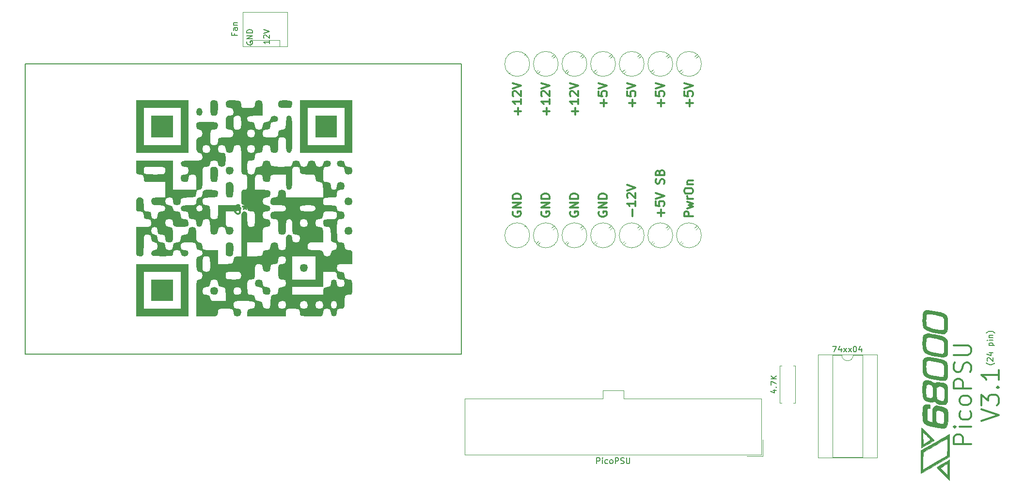
<source format=gto>
G04 #@! TF.GenerationSoftware,KiCad,Pcbnew,8.0.8*
G04 #@! TF.CreationDate,2025-01-21T13:57:33+00:00*
G04 #@! TF.ProjectId,X6800 PicoPSU v2.kicad_pcb_24pinATX,58363830-3020-4506-9963-6f5053552076,rev?*
G04 #@! TF.SameCoordinates,Original*
G04 #@! TF.FileFunction,Legend,Top*
G04 #@! TF.FilePolarity,Positive*
%FSLAX46Y46*%
G04 Gerber Fmt 4.6, Leading zero omitted, Abs format (unit mm)*
G04 Created by KiCad (PCBNEW 8.0.8) date 2025-01-21 13:57:33*
%MOMM*%
%LPD*%
G01*
G04 APERTURE LIST*
%ADD10C,0.200000*%
%ADD11C,0.300000*%
%ADD12C,0.150000*%
%ADD13C,0.375000*%
%ADD14C,0.120000*%
%ADD15C,0.010000*%
%ADD16C,0.000000*%
G04 APERTURE END LIST*
D10*
X61000000Y-62000000D02*
X61000000Y-112800000D01*
X137200000Y-62000000D02*
X137200000Y-112800000D01*
X61000000Y-62000000D02*
X137200000Y-62000000D01*
X61000000Y-112800000D02*
X137200000Y-112800000D01*
D11*
X146249757Y-87859774D02*
X146178328Y-88002632D01*
X146178328Y-88002632D02*
X146178328Y-88216917D01*
X146178328Y-88216917D02*
X146249757Y-88431203D01*
X146249757Y-88431203D02*
X146392614Y-88574060D01*
X146392614Y-88574060D02*
X146535471Y-88645489D01*
X146535471Y-88645489D02*
X146821185Y-88716917D01*
X146821185Y-88716917D02*
X147035471Y-88716917D01*
X147035471Y-88716917D02*
X147321185Y-88645489D01*
X147321185Y-88645489D02*
X147464042Y-88574060D01*
X147464042Y-88574060D02*
X147606900Y-88431203D01*
X147606900Y-88431203D02*
X147678328Y-88216917D01*
X147678328Y-88216917D02*
X147678328Y-88074060D01*
X147678328Y-88074060D02*
X147606900Y-87859774D01*
X147606900Y-87859774D02*
X147535471Y-87788346D01*
X147535471Y-87788346D02*
X147035471Y-87788346D01*
X147035471Y-87788346D02*
X147035471Y-88074060D01*
X147678328Y-87145489D02*
X146178328Y-87145489D01*
X146178328Y-87145489D02*
X147678328Y-86288346D01*
X147678328Y-86288346D02*
X146178328Y-86288346D01*
X147678328Y-85574060D02*
X146178328Y-85574060D01*
X146178328Y-85574060D02*
X146178328Y-85216917D01*
X146178328Y-85216917D02*
X146249757Y-85002631D01*
X146249757Y-85002631D02*
X146392614Y-84859774D01*
X146392614Y-84859774D02*
X146535471Y-84788345D01*
X146535471Y-84788345D02*
X146821185Y-84716917D01*
X146821185Y-84716917D02*
X147035471Y-84716917D01*
X147035471Y-84716917D02*
X147321185Y-84788345D01*
X147321185Y-84788345D02*
X147464042Y-84859774D01*
X147464042Y-84859774D02*
X147606900Y-85002631D01*
X147606900Y-85002631D02*
X147678328Y-85216917D01*
X147678328Y-85216917D02*
X147678328Y-85574060D01*
X162106900Y-69411653D02*
X162106900Y-68268796D01*
X162678328Y-68840224D02*
X161535471Y-68840224D01*
X161178328Y-66840224D02*
X161178328Y-67554510D01*
X161178328Y-67554510D02*
X161892614Y-67625938D01*
X161892614Y-67625938D02*
X161821185Y-67554510D01*
X161821185Y-67554510D02*
X161749757Y-67411653D01*
X161749757Y-67411653D02*
X161749757Y-67054510D01*
X161749757Y-67054510D02*
X161821185Y-66911653D01*
X161821185Y-66911653D02*
X161892614Y-66840224D01*
X161892614Y-66840224D02*
X162035471Y-66768795D01*
X162035471Y-66768795D02*
X162392614Y-66768795D01*
X162392614Y-66768795D02*
X162535471Y-66840224D01*
X162535471Y-66840224D02*
X162606900Y-66911653D01*
X162606900Y-66911653D02*
X162678328Y-67054510D01*
X162678328Y-67054510D02*
X162678328Y-67411653D01*
X162678328Y-67411653D02*
X162606900Y-67554510D01*
X162606900Y-67554510D02*
X162535471Y-67625938D01*
X161178328Y-66340224D02*
X162678328Y-65840224D01*
X162678328Y-65840224D02*
X161178328Y-65340224D01*
X177106900Y-69411653D02*
X177106900Y-68268796D01*
X177678328Y-68840224D02*
X176535471Y-68840224D01*
X176178328Y-66840224D02*
X176178328Y-67554510D01*
X176178328Y-67554510D02*
X176892614Y-67625938D01*
X176892614Y-67625938D02*
X176821185Y-67554510D01*
X176821185Y-67554510D02*
X176749757Y-67411653D01*
X176749757Y-67411653D02*
X176749757Y-67054510D01*
X176749757Y-67054510D02*
X176821185Y-66911653D01*
X176821185Y-66911653D02*
X176892614Y-66840224D01*
X176892614Y-66840224D02*
X177035471Y-66768795D01*
X177035471Y-66768795D02*
X177392614Y-66768795D01*
X177392614Y-66768795D02*
X177535471Y-66840224D01*
X177535471Y-66840224D02*
X177606900Y-66911653D01*
X177606900Y-66911653D02*
X177678328Y-67054510D01*
X177678328Y-67054510D02*
X177678328Y-67411653D01*
X177678328Y-67411653D02*
X177606900Y-67554510D01*
X177606900Y-67554510D02*
X177535471Y-67625938D01*
X176178328Y-66340224D02*
X177678328Y-65840224D01*
X177678328Y-65840224D02*
X176178328Y-65340224D01*
X177678328Y-88645489D02*
X176178328Y-88645489D01*
X176178328Y-88645489D02*
X176178328Y-88074060D01*
X176178328Y-88074060D02*
X176249757Y-87931203D01*
X176249757Y-87931203D02*
X176321185Y-87859774D01*
X176321185Y-87859774D02*
X176464042Y-87788346D01*
X176464042Y-87788346D02*
X176678328Y-87788346D01*
X176678328Y-87788346D02*
X176821185Y-87859774D01*
X176821185Y-87859774D02*
X176892614Y-87931203D01*
X176892614Y-87931203D02*
X176964042Y-88074060D01*
X176964042Y-88074060D02*
X176964042Y-88645489D01*
X176678328Y-87288346D02*
X177678328Y-87002632D01*
X177678328Y-87002632D02*
X176964042Y-86716917D01*
X176964042Y-86716917D02*
X177678328Y-86431203D01*
X177678328Y-86431203D02*
X176678328Y-86145489D01*
X177678328Y-85574060D02*
X176678328Y-85574060D01*
X176964042Y-85574060D02*
X176821185Y-85502631D01*
X176821185Y-85502631D02*
X176749757Y-85431203D01*
X176749757Y-85431203D02*
X176678328Y-85288345D01*
X176678328Y-85288345D02*
X176678328Y-85145488D01*
X176178328Y-84359774D02*
X176178328Y-84074060D01*
X176178328Y-84074060D02*
X176249757Y-83931203D01*
X176249757Y-83931203D02*
X176392614Y-83788346D01*
X176392614Y-83788346D02*
X176678328Y-83716917D01*
X176678328Y-83716917D02*
X177178328Y-83716917D01*
X177178328Y-83716917D02*
X177464042Y-83788346D01*
X177464042Y-83788346D02*
X177606900Y-83931203D01*
X177606900Y-83931203D02*
X177678328Y-84074060D01*
X177678328Y-84074060D02*
X177678328Y-84359774D01*
X177678328Y-84359774D02*
X177606900Y-84502632D01*
X177606900Y-84502632D02*
X177464042Y-84645489D01*
X177464042Y-84645489D02*
X177178328Y-84716917D01*
X177178328Y-84716917D02*
X176678328Y-84716917D01*
X176678328Y-84716917D02*
X176392614Y-84645489D01*
X176392614Y-84645489D02*
X176249757Y-84502632D01*
X176249757Y-84502632D02*
X176178328Y-84359774D01*
X176678328Y-83074060D02*
X177678328Y-83074060D01*
X176821185Y-83074060D02*
X176749757Y-83002631D01*
X176749757Y-83002631D02*
X176678328Y-82859774D01*
X176678328Y-82859774D02*
X176678328Y-82645488D01*
X176678328Y-82645488D02*
X176749757Y-82502631D01*
X176749757Y-82502631D02*
X176892614Y-82431203D01*
X176892614Y-82431203D02*
X177678328Y-82431203D01*
X147106900Y-70840224D02*
X147106900Y-69697367D01*
X147678328Y-70268795D02*
X146535471Y-70268795D01*
X147678328Y-68197366D02*
X147678328Y-69054509D01*
X147678328Y-68625938D02*
X146178328Y-68625938D01*
X146178328Y-68625938D02*
X146392614Y-68768795D01*
X146392614Y-68768795D02*
X146535471Y-68911652D01*
X146535471Y-68911652D02*
X146606900Y-69054509D01*
X146321185Y-67625938D02*
X146249757Y-67554510D01*
X146249757Y-67554510D02*
X146178328Y-67411653D01*
X146178328Y-67411653D02*
X146178328Y-67054510D01*
X146178328Y-67054510D02*
X146249757Y-66911653D01*
X146249757Y-66911653D02*
X146321185Y-66840224D01*
X146321185Y-66840224D02*
X146464042Y-66768795D01*
X146464042Y-66768795D02*
X146606900Y-66768795D01*
X146606900Y-66768795D02*
X146821185Y-66840224D01*
X146821185Y-66840224D02*
X147678328Y-67697367D01*
X147678328Y-67697367D02*
X147678328Y-66768795D01*
X146178328Y-66340224D02*
X147678328Y-65840224D01*
X147678328Y-65840224D02*
X146178328Y-65340224D01*
X161249757Y-87859774D02*
X161178328Y-88002632D01*
X161178328Y-88002632D02*
X161178328Y-88216917D01*
X161178328Y-88216917D02*
X161249757Y-88431203D01*
X161249757Y-88431203D02*
X161392614Y-88574060D01*
X161392614Y-88574060D02*
X161535471Y-88645489D01*
X161535471Y-88645489D02*
X161821185Y-88716917D01*
X161821185Y-88716917D02*
X162035471Y-88716917D01*
X162035471Y-88716917D02*
X162321185Y-88645489D01*
X162321185Y-88645489D02*
X162464042Y-88574060D01*
X162464042Y-88574060D02*
X162606900Y-88431203D01*
X162606900Y-88431203D02*
X162678328Y-88216917D01*
X162678328Y-88216917D02*
X162678328Y-88074060D01*
X162678328Y-88074060D02*
X162606900Y-87859774D01*
X162606900Y-87859774D02*
X162535471Y-87788346D01*
X162535471Y-87788346D02*
X162035471Y-87788346D01*
X162035471Y-87788346D02*
X162035471Y-88074060D01*
X162678328Y-87145489D02*
X161178328Y-87145489D01*
X161178328Y-87145489D02*
X162678328Y-86288346D01*
X162678328Y-86288346D02*
X161178328Y-86288346D01*
X162678328Y-85574060D02*
X161178328Y-85574060D01*
X161178328Y-85574060D02*
X161178328Y-85216917D01*
X161178328Y-85216917D02*
X161249757Y-85002631D01*
X161249757Y-85002631D02*
X161392614Y-84859774D01*
X161392614Y-84859774D02*
X161535471Y-84788345D01*
X161535471Y-84788345D02*
X161821185Y-84716917D01*
X161821185Y-84716917D02*
X162035471Y-84716917D01*
X162035471Y-84716917D02*
X162321185Y-84788345D01*
X162321185Y-84788345D02*
X162464042Y-84859774D01*
X162464042Y-84859774D02*
X162606900Y-85002631D01*
X162606900Y-85002631D02*
X162678328Y-85216917D01*
X162678328Y-85216917D02*
X162678328Y-85574060D01*
D12*
X99807038Y-58089704D02*
X99759419Y-58184942D01*
X99759419Y-58184942D02*
X99759419Y-58327799D01*
X99759419Y-58327799D02*
X99807038Y-58470656D01*
X99807038Y-58470656D02*
X99902276Y-58565894D01*
X99902276Y-58565894D02*
X99997514Y-58613513D01*
X99997514Y-58613513D02*
X100187990Y-58661132D01*
X100187990Y-58661132D02*
X100330847Y-58661132D01*
X100330847Y-58661132D02*
X100521323Y-58613513D01*
X100521323Y-58613513D02*
X100616561Y-58565894D01*
X100616561Y-58565894D02*
X100711800Y-58470656D01*
X100711800Y-58470656D02*
X100759419Y-58327799D01*
X100759419Y-58327799D02*
X100759419Y-58232561D01*
X100759419Y-58232561D02*
X100711800Y-58089704D01*
X100711800Y-58089704D02*
X100664180Y-58042085D01*
X100664180Y-58042085D02*
X100330847Y-58042085D01*
X100330847Y-58042085D02*
X100330847Y-58232561D01*
X100759419Y-57613513D02*
X99759419Y-57613513D01*
X99759419Y-57613513D02*
X100759419Y-57042085D01*
X100759419Y-57042085D02*
X99759419Y-57042085D01*
X100759419Y-56565894D02*
X99759419Y-56565894D01*
X99759419Y-56565894D02*
X99759419Y-56327799D01*
X99759419Y-56327799D02*
X99807038Y-56184942D01*
X99807038Y-56184942D02*
X99902276Y-56089704D01*
X99902276Y-56089704D02*
X99997514Y-56042085D01*
X99997514Y-56042085D02*
X100187990Y-55994466D01*
X100187990Y-55994466D02*
X100330847Y-55994466D01*
X100330847Y-55994466D02*
X100521323Y-56042085D01*
X100521323Y-56042085D02*
X100616561Y-56089704D01*
X100616561Y-56089704D02*
X100711800Y-56184942D01*
X100711800Y-56184942D02*
X100759419Y-56327799D01*
X100759419Y-56327799D02*
X100759419Y-56565894D01*
D11*
X157106900Y-70840224D02*
X157106900Y-69697367D01*
X157678328Y-70268795D02*
X156535471Y-70268795D01*
X157678328Y-68197366D02*
X157678328Y-69054509D01*
X157678328Y-68625938D02*
X156178328Y-68625938D01*
X156178328Y-68625938D02*
X156392614Y-68768795D01*
X156392614Y-68768795D02*
X156535471Y-68911652D01*
X156535471Y-68911652D02*
X156606900Y-69054509D01*
X156321185Y-67625938D02*
X156249757Y-67554510D01*
X156249757Y-67554510D02*
X156178328Y-67411653D01*
X156178328Y-67411653D02*
X156178328Y-67054510D01*
X156178328Y-67054510D02*
X156249757Y-66911653D01*
X156249757Y-66911653D02*
X156321185Y-66840224D01*
X156321185Y-66840224D02*
X156464042Y-66768795D01*
X156464042Y-66768795D02*
X156606900Y-66768795D01*
X156606900Y-66768795D02*
X156821185Y-66840224D01*
X156821185Y-66840224D02*
X157678328Y-67697367D01*
X157678328Y-67697367D02*
X157678328Y-66768795D01*
X156178328Y-66340224D02*
X157678328Y-65840224D01*
X157678328Y-65840224D02*
X156178328Y-65340224D01*
X172106900Y-69411653D02*
X172106900Y-68268796D01*
X172678328Y-68840224D02*
X171535471Y-68840224D01*
X171178328Y-66840224D02*
X171178328Y-67554510D01*
X171178328Y-67554510D02*
X171892614Y-67625938D01*
X171892614Y-67625938D02*
X171821185Y-67554510D01*
X171821185Y-67554510D02*
X171749757Y-67411653D01*
X171749757Y-67411653D02*
X171749757Y-67054510D01*
X171749757Y-67054510D02*
X171821185Y-66911653D01*
X171821185Y-66911653D02*
X171892614Y-66840224D01*
X171892614Y-66840224D02*
X172035471Y-66768795D01*
X172035471Y-66768795D02*
X172392614Y-66768795D01*
X172392614Y-66768795D02*
X172535471Y-66840224D01*
X172535471Y-66840224D02*
X172606900Y-66911653D01*
X172606900Y-66911653D02*
X172678328Y-67054510D01*
X172678328Y-67054510D02*
X172678328Y-67411653D01*
X172678328Y-67411653D02*
X172606900Y-67554510D01*
X172606900Y-67554510D02*
X172535471Y-67625938D01*
X171178328Y-66340224D02*
X172678328Y-65840224D01*
X172678328Y-65840224D02*
X171178328Y-65340224D01*
X152106900Y-70840224D02*
X152106900Y-69697367D01*
X152678328Y-70268795D02*
X151535471Y-70268795D01*
X152678328Y-68197366D02*
X152678328Y-69054509D01*
X152678328Y-68625938D02*
X151178328Y-68625938D01*
X151178328Y-68625938D02*
X151392614Y-68768795D01*
X151392614Y-68768795D02*
X151535471Y-68911652D01*
X151535471Y-68911652D02*
X151606900Y-69054509D01*
X151321185Y-67625938D02*
X151249757Y-67554510D01*
X151249757Y-67554510D02*
X151178328Y-67411653D01*
X151178328Y-67411653D02*
X151178328Y-67054510D01*
X151178328Y-67054510D02*
X151249757Y-66911653D01*
X151249757Y-66911653D02*
X151321185Y-66840224D01*
X151321185Y-66840224D02*
X151464042Y-66768795D01*
X151464042Y-66768795D02*
X151606900Y-66768795D01*
X151606900Y-66768795D02*
X151821185Y-66840224D01*
X151821185Y-66840224D02*
X152678328Y-67697367D01*
X152678328Y-67697367D02*
X152678328Y-66768795D01*
X151178328Y-66340224D02*
X152678328Y-65840224D01*
X152678328Y-65840224D02*
X151178328Y-65340224D01*
D12*
X230460607Y-114330605D02*
X230412988Y-114378224D01*
X230412988Y-114378224D02*
X230270131Y-114473462D01*
X230270131Y-114473462D02*
X230174893Y-114521081D01*
X230174893Y-114521081D02*
X230032036Y-114568700D01*
X230032036Y-114568700D02*
X229793940Y-114616319D01*
X229793940Y-114616319D02*
X229603464Y-114616319D01*
X229603464Y-114616319D02*
X229365369Y-114568700D01*
X229365369Y-114568700D02*
X229222512Y-114521081D01*
X229222512Y-114521081D02*
X229127274Y-114473462D01*
X229127274Y-114473462D02*
X228984416Y-114378224D01*
X228984416Y-114378224D02*
X228936797Y-114330605D01*
X229174893Y-113997271D02*
X229127274Y-113949652D01*
X229127274Y-113949652D02*
X229079655Y-113854414D01*
X229079655Y-113854414D02*
X229079655Y-113616319D01*
X229079655Y-113616319D02*
X229127274Y-113521081D01*
X229127274Y-113521081D02*
X229174893Y-113473462D01*
X229174893Y-113473462D02*
X229270131Y-113425843D01*
X229270131Y-113425843D02*
X229365369Y-113425843D01*
X229365369Y-113425843D02*
X229508226Y-113473462D01*
X229508226Y-113473462D02*
X230079655Y-114044890D01*
X230079655Y-114044890D02*
X230079655Y-113425843D01*
X229412988Y-112568700D02*
X230079655Y-112568700D01*
X229032036Y-112806795D02*
X229746321Y-113044890D01*
X229746321Y-113044890D02*
X229746321Y-112425843D01*
X229412988Y-111282985D02*
X230412988Y-111282985D01*
X229460607Y-111282985D02*
X229412988Y-111187747D01*
X229412988Y-111187747D02*
X229412988Y-110997271D01*
X229412988Y-110997271D02*
X229460607Y-110902033D01*
X229460607Y-110902033D02*
X229508226Y-110854414D01*
X229508226Y-110854414D02*
X229603464Y-110806795D01*
X229603464Y-110806795D02*
X229889178Y-110806795D01*
X229889178Y-110806795D02*
X229984416Y-110854414D01*
X229984416Y-110854414D02*
X230032036Y-110902033D01*
X230032036Y-110902033D02*
X230079655Y-110997271D01*
X230079655Y-110997271D02*
X230079655Y-111187747D01*
X230079655Y-111187747D02*
X230032036Y-111282985D01*
X230079655Y-110378223D02*
X229412988Y-110378223D01*
X229079655Y-110378223D02*
X229127274Y-110425842D01*
X229127274Y-110425842D02*
X229174893Y-110378223D01*
X229174893Y-110378223D02*
X229127274Y-110330604D01*
X229127274Y-110330604D02*
X229079655Y-110378223D01*
X229079655Y-110378223D02*
X229174893Y-110378223D01*
X229412988Y-109902033D02*
X230079655Y-109902033D01*
X229508226Y-109902033D02*
X229460607Y-109854414D01*
X229460607Y-109854414D02*
X229412988Y-109759176D01*
X229412988Y-109759176D02*
X229412988Y-109616319D01*
X229412988Y-109616319D02*
X229460607Y-109521081D01*
X229460607Y-109521081D02*
X229555845Y-109473462D01*
X229555845Y-109473462D02*
X230079655Y-109473462D01*
X230460607Y-109092509D02*
X230412988Y-109044890D01*
X230412988Y-109044890D02*
X230270131Y-108949652D01*
X230270131Y-108949652D02*
X230174893Y-108902033D01*
X230174893Y-108902033D02*
X230032036Y-108854414D01*
X230032036Y-108854414D02*
X229793940Y-108806795D01*
X229793940Y-108806795D02*
X229603464Y-108806795D01*
X229603464Y-108806795D02*
X229365369Y-108854414D01*
X229365369Y-108854414D02*
X229222512Y-108902033D01*
X229222512Y-108902033D02*
X229127274Y-108949652D01*
X229127274Y-108949652D02*
X228984416Y-109044890D01*
X228984416Y-109044890D02*
X228936797Y-109092509D01*
D13*
X226283441Y-128530857D02*
X223283441Y-128530857D01*
X223283441Y-128530857D02*
X223283441Y-127388000D01*
X223283441Y-127388000D02*
X223426298Y-127102285D01*
X223426298Y-127102285D02*
X223569155Y-126959428D01*
X223569155Y-126959428D02*
X223854869Y-126816571D01*
X223854869Y-126816571D02*
X224283441Y-126816571D01*
X224283441Y-126816571D02*
X224569155Y-126959428D01*
X224569155Y-126959428D02*
X224712012Y-127102285D01*
X224712012Y-127102285D02*
X224854869Y-127388000D01*
X224854869Y-127388000D02*
X224854869Y-128530857D01*
X226283441Y-125530857D02*
X224283441Y-125530857D01*
X223283441Y-125530857D02*
X223426298Y-125673714D01*
X223426298Y-125673714D02*
X223569155Y-125530857D01*
X223569155Y-125530857D02*
X223426298Y-125388000D01*
X223426298Y-125388000D02*
X223283441Y-125530857D01*
X223283441Y-125530857D02*
X223569155Y-125530857D01*
X226140584Y-122816572D02*
X226283441Y-123102286D01*
X226283441Y-123102286D02*
X226283441Y-123673714D01*
X226283441Y-123673714D02*
X226140584Y-123959429D01*
X226140584Y-123959429D02*
X225997726Y-124102286D01*
X225997726Y-124102286D02*
X225712012Y-124245143D01*
X225712012Y-124245143D02*
X224854869Y-124245143D01*
X224854869Y-124245143D02*
X224569155Y-124102286D01*
X224569155Y-124102286D02*
X224426298Y-123959429D01*
X224426298Y-123959429D02*
X224283441Y-123673714D01*
X224283441Y-123673714D02*
X224283441Y-123102286D01*
X224283441Y-123102286D02*
X224426298Y-122816572D01*
X226283441Y-121102285D02*
X226140584Y-121388000D01*
X226140584Y-121388000D02*
X225997726Y-121530857D01*
X225997726Y-121530857D02*
X225712012Y-121673714D01*
X225712012Y-121673714D02*
X224854869Y-121673714D01*
X224854869Y-121673714D02*
X224569155Y-121530857D01*
X224569155Y-121530857D02*
X224426298Y-121388000D01*
X224426298Y-121388000D02*
X224283441Y-121102285D01*
X224283441Y-121102285D02*
X224283441Y-120673714D01*
X224283441Y-120673714D02*
X224426298Y-120388000D01*
X224426298Y-120388000D02*
X224569155Y-120245143D01*
X224569155Y-120245143D02*
X224854869Y-120102285D01*
X224854869Y-120102285D02*
X225712012Y-120102285D01*
X225712012Y-120102285D02*
X225997726Y-120245143D01*
X225997726Y-120245143D02*
X226140584Y-120388000D01*
X226140584Y-120388000D02*
X226283441Y-120673714D01*
X226283441Y-120673714D02*
X226283441Y-121102285D01*
X226283441Y-118816571D02*
X223283441Y-118816571D01*
X223283441Y-118816571D02*
X223283441Y-117673714D01*
X223283441Y-117673714D02*
X223426298Y-117387999D01*
X223426298Y-117387999D02*
X223569155Y-117245142D01*
X223569155Y-117245142D02*
X223854869Y-117102285D01*
X223854869Y-117102285D02*
X224283441Y-117102285D01*
X224283441Y-117102285D02*
X224569155Y-117245142D01*
X224569155Y-117245142D02*
X224712012Y-117387999D01*
X224712012Y-117387999D02*
X224854869Y-117673714D01*
X224854869Y-117673714D02*
X224854869Y-118816571D01*
X226140584Y-115959428D02*
X226283441Y-115530857D01*
X226283441Y-115530857D02*
X226283441Y-114816571D01*
X226283441Y-114816571D02*
X226140584Y-114530857D01*
X226140584Y-114530857D02*
X225997726Y-114387999D01*
X225997726Y-114387999D02*
X225712012Y-114245142D01*
X225712012Y-114245142D02*
X225426298Y-114245142D01*
X225426298Y-114245142D02*
X225140584Y-114387999D01*
X225140584Y-114387999D02*
X224997726Y-114530857D01*
X224997726Y-114530857D02*
X224854869Y-114816571D01*
X224854869Y-114816571D02*
X224712012Y-115387999D01*
X224712012Y-115387999D02*
X224569155Y-115673714D01*
X224569155Y-115673714D02*
X224426298Y-115816571D01*
X224426298Y-115816571D02*
X224140584Y-115959428D01*
X224140584Y-115959428D02*
X223854869Y-115959428D01*
X223854869Y-115959428D02*
X223569155Y-115816571D01*
X223569155Y-115816571D02*
X223426298Y-115673714D01*
X223426298Y-115673714D02*
X223283441Y-115387999D01*
X223283441Y-115387999D02*
X223283441Y-114673714D01*
X223283441Y-114673714D02*
X223426298Y-114245142D01*
X223283441Y-112959428D02*
X225712012Y-112959428D01*
X225712012Y-112959428D02*
X225997726Y-112816571D01*
X225997726Y-112816571D02*
X226140584Y-112673714D01*
X226140584Y-112673714D02*
X226283441Y-112387999D01*
X226283441Y-112387999D02*
X226283441Y-111816571D01*
X226283441Y-111816571D02*
X226140584Y-111530856D01*
X226140584Y-111530856D02*
X225997726Y-111387999D01*
X225997726Y-111387999D02*
X225712012Y-111245142D01*
X225712012Y-111245142D02*
X223283441Y-111245142D01*
X228113273Y-124459428D02*
X231113273Y-123459428D01*
X231113273Y-123459428D02*
X228113273Y-122459428D01*
X228113273Y-121745142D02*
X228113273Y-119887999D01*
X228113273Y-119887999D02*
X229256130Y-120887999D01*
X229256130Y-120887999D02*
X229256130Y-120459428D01*
X229256130Y-120459428D02*
X229398987Y-120173714D01*
X229398987Y-120173714D02*
X229541844Y-120030856D01*
X229541844Y-120030856D02*
X229827558Y-119887999D01*
X229827558Y-119887999D02*
X230541844Y-119887999D01*
X230541844Y-119887999D02*
X230827558Y-120030856D01*
X230827558Y-120030856D02*
X230970416Y-120173714D01*
X230970416Y-120173714D02*
X231113273Y-120459428D01*
X231113273Y-120459428D02*
X231113273Y-121316571D01*
X231113273Y-121316571D02*
X230970416Y-121602285D01*
X230970416Y-121602285D02*
X230827558Y-121745142D01*
X230827558Y-118602285D02*
X230970416Y-118459428D01*
X230970416Y-118459428D02*
X231113273Y-118602285D01*
X231113273Y-118602285D02*
X230970416Y-118745142D01*
X230970416Y-118745142D02*
X230827558Y-118602285D01*
X230827558Y-118602285D02*
X231113273Y-118602285D01*
X231113273Y-115602285D02*
X231113273Y-117316571D01*
X231113273Y-116459428D02*
X228113273Y-116459428D01*
X228113273Y-116459428D02*
X228541844Y-116745142D01*
X228541844Y-116745142D02*
X228827558Y-117030857D01*
X228827558Y-117030857D02*
X228970416Y-117316571D01*
D11*
X172106900Y-88645489D02*
X172106900Y-87502632D01*
X172678328Y-88074060D02*
X171535471Y-88074060D01*
X171178328Y-86074060D02*
X171178328Y-86788346D01*
X171178328Y-86788346D02*
X171892614Y-86859774D01*
X171892614Y-86859774D02*
X171821185Y-86788346D01*
X171821185Y-86788346D02*
X171749757Y-86645489D01*
X171749757Y-86645489D02*
X171749757Y-86288346D01*
X171749757Y-86288346D02*
X171821185Y-86145489D01*
X171821185Y-86145489D02*
X171892614Y-86074060D01*
X171892614Y-86074060D02*
X172035471Y-86002631D01*
X172035471Y-86002631D02*
X172392614Y-86002631D01*
X172392614Y-86002631D02*
X172535471Y-86074060D01*
X172535471Y-86074060D02*
X172606900Y-86145489D01*
X172606900Y-86145489D02*
X172678328Y-86288346D01*
X172678328Y-86288346D02*
X172678328Y-86645489D01*
X172678328Y-86645489D02*
X172606900Y-86788346D01*
X172606900Y-86788346D02*
X172535471Y-86859774D01*
X171178328Y-85574060D02*
X172678328Y-85074060D01*
X172678328Y-85074060D02*
X171178328Y-84574060D01*
X172606900Y-83002632D02*
X172678328Y-82788347D01*
X172678328Y-82788347D02*
X172678328Y-82431204D01*
X172678328Y-82431204D02*
X172606900Y-82288347D01*
X172606900Y-82288347D02*
X172535471Y-82216918D01*
X172535471Y-82216918D02*
X172392614Y-82145489D01*
X172392614Y-82145489D02*
X172249757Y-82145489D01*
X172249757Y-82145489D02*
X172106900Y-82216918D01*
X172106900Y-82216918D02*
X172035471Y-82288347D01*
X172035471Y-82288347D02*
X171964042Y-82431204D01*
X171964042Y-82431204D02*
X171892614Y-82716918D01*
X171892614Y-82716918D02*
X171821185Y-82859775D01*
X171821185Y-82859775D02*
X171749757Y-82931204D01*
X171749757Y-82931204D02*
X171606900Y-83002632D01*
X171606900Y-83002632D02*
X171464042Y-83002632D01*
X171464042Y-83002632D02*
X171321185Y-82931204D01*
X171321185Y-82931204D02*
X171249757Y-82859775D01*
X171249757Y-82859775D02*
X171178328Y-82716918D01*
X171178328Y-82716918D02*
X171178328Y-82359775D01*
X171178328Y-82359775D02*
X171249757Y-82145489D01*
X171892614Y-81002633D02*
X171964042Y-80788347D01*
X171964042Y-80788347D02*
X172035471Y-80716918D01*
X172035471Y-80716918D02*
X172178328Y-80645490D01*
X172178328Y-80645490D02*
X172392614Y-80645490D01*
X172392614Y-80645490D02*
X172535471Y-80716918D01*
X172535471Y-80716918D02*
X172606900Y-80788347D01*
X172606900Y-80788347D02*
X172678328Y-80931204D01*
X172678328Y-80931204D02*
X172678328Y-81502633D01*
X172678328Y-81502633D02*
X171178328Y-81502633D01*
X171178328Y-81502633D02*
X171178328Y-81002633D01*
X171178328Y-81002633D02*
X171249757Y-80859776D01*
X171249757Y-80859776D02*
X171321185Y-80788347D01*
X171321185Y-80788347D02*
X171464042Y-80716918D01*
X171464042Y-80716918D02*
X171606900Y-80716918D01*
X171606900Y-80716918D02*
X171749757Y-80788347D01*
X171749757Y-80788347D02*
X171821185Y-80859776D01*
X171821185Y-80859776D02*
X171892614Y-81002633D01*
X171892614Y-81002633D02*
X171892614Y-81502633D01*
X156249757Y-87859774D02*
X156178328Y-88002632D01*
X156178328Y-88002632D02*
X156178328Y-88216917D01*
X156178328Y-88216917D02*
X156249757Y-88431203D01*
X156249757Y-88431203D02*
X156392614Y-88574060D01*
X156392614Y-88574060D02*
X156535471Y-88645489D01*
X156535471Y-88645489D02*
X156821185Y-88716917D01*
X156821185Y-88716917D02*
X157035471Y-88716917D01*
X157035471Y-88716917D02*
X157321185Y-88645489D01*
X157321185Y-88645489D02*
X157464042Y-88574060D01*
X157464042Y-88574060D02*
X157606900Y-88431203D01*
X157606900Y-88431203D02*
X157678328Y-88216917D01*
X157678328Y-88216917D02*
X157678328Y-88074060D01*
X157678328Y-88074060D02*
X157606900Y-87859774D01*
X157606900Y-87859774D02*
X157535471Y-87788346D01*
X157535471Y-87788346D02*
X157035471Y-87788346D01*
X157035471Y-87788346D02*
X157035471Y-88074060D01*
X157678328Y-87145489D02*
X156178328Y-87145489D01*
X156178328Y-87145489D02*
X157678328Y-86288346D01*
X157678328Y-86288346D02*
X156178328Y-86288346D01*
X157678328Y-85574060D02*
X156178328Y-85574060D01*
X156178328Y-85574060D02*
X156178328Y-85216917D01*
X156178328Y-85216917D02*
X156249757Y-85002631D01*
X156249757Y-85002631D02*
X156392614Y-84859774D01*
X156392614Y-84859774D02*
X156535471Y-84788345D01*
X156535471Y-84788345D02*
X156821185Y-84716917D01*
X156821185Y-84716917D02*
X157035471Y-84716917D01*
X157035471Y-84716917D02*
X157321185Y-84788345D01*
X157321185Y-84788345D02*
X157464042Y-84859774D01*
X157464042Y-84859774D02*
X157606900Y-85002631D01*
X157606900Y-85002631D02*
X157678328Y-85216917D01*
X157678328Y-85216917D02*
X157678328Y-85574060D01*
X167106900Y-69411653D02*
X167106900Y-68268796D01*
X167678328Y-68840224D02*
X166535471Y-68840224D01*
X166178328Y-66840224D02*
X166178328Y-67554510D01*
X166178328Y-67554510D02*
X166892614Y-67625938D01*
X166892614Y-67625938D02*
X166821185Y-67554510D01*
X166821185Y-67554510D02*
X166749757Y-67411653D01*
X166749757Y-67411653D02*
X166749757Y-67054510D01*
X166749757Y-67054510D02*
X166821185Y-66911653D01*
X166821185Y-66911653D02*
X166892614Y-66840224D01*
X166892614Y-66840224D02*
X167035471Y-66768795D01*
X167035471Y-66768795D02*
X167392614Y-66768795D01*
X167392614Y-66768795D02*
X167535471Y-66840224D01*
X167535471Y-66840224D02*
X167606900Y-66911653D01*
X167606900Y-66911653D02*
X167678328Y-67054510D01*
X167678328Y-67054510D02*
X167678328Y-67411653D01*
X167678328Y-67411653D02*
X167606900Y-67554510D01*
X167606900Y-67554510D02*
X167535471Y-67625938D01*
X166178328Y-66340224D02*
X167678328Y-65840224D01*
X167678328Y-65840224D02*
X166178328Y-65340224D01*
D12*
X103680419Y-57870647D02*
X103680419Y-58442075D01*
X103680419Y-58156361D02*
X102680419Y-58156361D01*
X102680419Y-58156361D02*
X102823276Y-58251599D01*
X102823276Y-58251599D02*
X102918514Y-58346837D01*
X102918514Y-58346837D02*
X102966133Y-58442075D01*
X102775657Y-57489694D02*
X102728038Y-57442075D01*
X102728038Y-57442075D02*
X102680419Y-57346837D01*
X102680419Y-57346837D02*
X102680419Y-57108742D01*
X102680419Y-57108742D02*
X102728038Y-57013504D01*
X102728038Y-57013504D02*
X102775657Y-56965885D01*
X102775657Y-56965885D02*
X102870895Y-56918266D01*
X102870895Y-56918266D02*
X102966133Y-56918266D01*
X102966133Y-56918266D02*
X103108990Y-56965885D01*
X103108990Y-56965885D02*
X103680419Y-57537313D01*
X103680419Y-57537313D02*
X103680419Y-56918266D01*
X102680419Y-56632551D02*
X103680419Y-56299218D01*
X103680419Y-56299218D02*
X102680419Y-55965885D01*
D11*
X151249757Y-87859774D02*
X151178328Y-88002632D01*
X151178328Y-88002632D02*
X151178328Y-88216917D01*
X151178328Y-88216917D02*
X151249757Y-88431203D01*
X151249757Y-88431203D02*
X151392614Y-88574060D01*
X151392614Y-88574060D02*
X151535471Y-88645489D01*
X151535471Y-88645489D02*
X151821185Y-88716917D01*
X151821185Y-88716917D02*
X152035471Y-88716917D01*
X152035471Y-88716917D02*
X152321185Y-88645489D01*
X152321185Y-88645489D02*
X152464042Y-88574060D01*
X152464042Y-88574060D02*
X152606900Y-88431203D01*
X152606900Y-88431203D02*
X152678328Y-88216917D01*
X152678328Y-88216917D02*
X152678328Y-88074060D01*
X152678328Y-88074060D02*
X152606900Y-87859774D01*
X152606900Y-87859774D02*
X152535471Y-87788346D01*
X152535471Y-87788346D02*
X152035471Y-87788346D01*
X152035471Y-87788346D02*
X152035471Y-88074060D01*
X152678328Y-87145489D02*
X151178328Y-87145489D01*
X151178328Y-87145489D02*
X152678328Y-86288346D01*
X152678328Y-86288346D02*
X151178328Y-86288346D01*
X152678328Y-85574060D02*
X151178328Y-85574060D01*
X151178328Y-85574060D02*
X151178328Y-85216917D01*
X151178328Y-85216917D02*
X151249757Y-85002631D01*
X151249757Y-85002631D02*
X151392614Y-84859774D01*
X151392614Y-84859774D02*
X151535471Y-84788345D01*
X151535471Y-84788345D02*
X151821185Y-84716917D01*
X151821185Y-84716917D02*
X152035471Y-84716917D01*
X152035471Y-84716917D02*
X152321185Y-84788345D01*
X152321185Y-84788345D02*
X152464042Y-84859774D01*
X152464042Y-84859774D02*
X152606900Y-85002631D01*
X152606900Y-85002631D02*
X152678328Y-85216917D01*
X152678328Y-85216917D02*
X152678328Y-85574060D01*
X167106900Y-88645489D02*
X167106900Y-87502632D01*
X167678328Y-86002631D02*
X167678328Y-86859774D01*
X167678328Y-86431203D02*
X166178328Y-86431203D01*
X166178328Y-86431203D02*
X166392614Y-86574060D01*
X166392614Y-86574060D02*
X166535471Y-86716917D01*
X166535471Y-86716917D02*
X166606900Y-86859774D01*
X166321185Y-85431203D02*
X166249757Y-85359775D01*
X166249757Y-85359775D02*
X166178328Y-85216918D01*
X166178328Y-85216918D02*
X166178328Y-84859775D01*
X166178328Y-84859775D02*
X166249757Y-84716918D01*
X166249757Y-84716918D02*
X166321185Y-84645489D01*
X166321185Y-84645489D02*
X166464042Y-84574060D01*
X166464042Y-84574060D02*
X166606900Y-84574060D01*
X166606900Y-84574060D02*
X166821185Y-84645489D01*
X166821185Y-84645489D02*
X167678328Y-85502632D01*
X167678328Y-85502632D02*
X167678328Y-84574060D01*
X166178328Y-84145489D02*
X167678328Y-83645489D01*
X167678328Y-83645489D02*
X166178328Y-83145489D01*
D12*
X202138571Y-111404819D02*
X202805237Y-111404819D01*
X202805237Y-111404819D02*
X202376666Y-112404819D01*
X203614761Y-111738152D02*
X203614761Y-112404819D01*
X203376666Y-111357200D02*
X203138571Y-112071485D01*
X203138571Y-112071485D02*
X203757618Y-112071485D01*
X204043333Y-112404819D02*
X204567142Y-111738152D01*
X204043333Y-111738152D02*
X204567142Y-112404819D01*
X204852857Y-112404819D02*
X205376666Y-111738152D01*
X204852857Y-111738152D02*
X205376666Y-112404819D01*
X205948095Y-111404819D02*
X206043333Y-111404819D01*
X206043333Y-111404819D02*
X206138571Y-111452438D01*
X206138571Y-111452438D02*
X206186190Y-111500057D01*
X206186190Y-111500057D02*
X206233809Y-111595295D01*
X206233809Y-111595295D02*
X206281428Y-111785771D01*
X206281428Y-111785771D02*
X206281428Y-112023866D01*
X206281428Y-112023866D02*
X206233809Y-112214342D01*
X206233809Y-112214342D02*
X206186190Y-112309580D01*
X206186190Y-112309580D02*
X206138571Y-112357200D01*
X206138571Y-112357200D02*
X206043333Y-112404819D01*
X206043333Y-112404819D02*
X205948095Y-112404819D01*
X205948095Y-112404819D02*
X205852857Y-112357200D01*
X205852857Y-112357200D02*
X205805238Y-112309580D01*
X205805238Y-112309580D02*
X205757619Y-112214342D01*
X205757619Y-112214342D02*
X205710000Y-112023866D01*
X205710000Y-112023866D02*
X205710000Y-111785771D01*
X205710000Y-111785771D02*
X205757619Y-111595295D01*
X205757619Y-111595295D02*
X205805238Y-111500057D01*
X205805238Y-111500057D02*
X205852857Y-111452438D01*
X205852857Y-111452438D02*
X205948095Y-111404819D01*
X207138571Y-111738152D02*
X207138571Y-112404819D01*
X206900476Y-111357200D02*
X206662381Y-112071485D01*
X206662381Y-112071485D02*
X207281428Y-112071485D01*
X191641707Y-119104371D02*
X192308374Y-119104371D01*
X191260755Y-119342466D02*
X191975040Y-119580561D01*
X191975040Y-119580561D02*
X191975040Y-118961514D01*
X192213135Y-118580561D02*
X192260755Y-118532942D01*
X192260755Y-118532942D02*
X192308374Y-118580561D01*
X192308374Y-118580561D02*
X192260755Y-118628180D01*
X192260755Y-118628180D02*
X192213135Y-118580561D01*
X192213135Y-118580561D02*
X192308374Y-118580561D01*
X191308374Y-118199609D02*
X191308374Y-117532943D01*
X191308374Y-117532943D02*
X192308374Y-117961514D01*
X192308374Y-117151990D02*
X191308374Y-117151990D01*
X192308374Y-116580562D02*
X191736945Y-117009133D01*
X191308374Y-116580562D02*
X191879802Y-117151990D01*
X160895145Y-131944612D02*
X160895145Y-130944612D01*
X160895145Y-130944612D02*
X161276097Y-130944612D01*
X161276097Y-130944612D02*
X161371335Y-130992231D01*
X161371335Y-130992231D02*
X161418954Y-131039850D01*
X161418954Y-131039850D02*
X161466573Y-131135088D01*
X161466573Y-131135088D02*
X161466573Y-131277945D01*
X161466573Y-131277945D02*
X161418954Y-131373183D01*
X161418954Y-131373183D02*
X161371335Y-131420802D01*
X161371335Y-131420802D02*
X161276097Y-131468421D01*
X161276097Y-131468421D02*
X160895145Y-131468421D01*
X161895145Y-131944612D02*
X161895145Y-131277945D01*
X161895145Y-130944612D02*
X161847526Y-130992231D01*
X161847526Y-130992231D02*
X161895145Y-131039850D01*
X161895145Y-131039850D02*
X161942764Y-130992231D01*
X161942764Y-130992231D02*
X161895145Y-130944612D01*
X161895145Y-130944612D02*
X161895145Y-131039850D01*
X162799906Y-131896993D02*
X162704668Y-131944612D01*
X162704668Y-131944612D02*
X162514192Y-131944612D01*
X162514192Y-131944612D02*
X162418954Y-131896993D01*
X162418954Y-131896993D02*
X162371335Y-131849373D01*
X162371335Y-131849373D02*
X162323716Y-131754135D01*
X162323716Y-131754135D02*
X162323716Y-131468421D01*
X162323716Y-131468421D02*
X162371335Y-131373183D01*
X162371335Y-131373183D02*
X162418954Y-131325564D01*
X162418954Y-131325564D02*
X162514192Y-131277945D01*
X162514192Y-131277945D02*
X162704668Y-131277945D01*
X162704668Y-131277945D02*
X162799906Y-131325564D01*
X163371335Y-131944612D02*
X163276097Y-131896993D01*
X163276097Y-131896993D02*
X163228478Y-131849373D01*
X163228478Y-131849373D02*
X163180859Y-131754135D01*
X163180859Y-131754135D02*
X163180859Y-131468421D01*
X163180859Y-131468421D02*
X163228478Y-131373183D01*
X163228478Y-131373183D02*
X163276097Y-131325564D01*
X163276097Y-131325564D02*
X163371335Y-131277945D01*
X163371335Y-131277945D02*
X163514192Y-131277945D01*
X163514192Y-131277945D02*
X163609430Y-131325564D01*
X163609430Y-131325564D02*
X163657049Y-131373183D01*
X163657049Y-131373183D02*
X163704668Y-131468421D01*
X163704668Y-131468421D02*
X163704668Y-131754135D01*
X163704668Y-131754135D02*
X163657049Y-131849373D01*
X163657049Y-131849373D02*
X163609430Y-131896993D01*
X163609430Y-131896993D02*
X163514192Y-131944612D01*
X163514192Y-131944612D02*
X163371335Y-131944612D01*
X164133240Y-131944612D02*
X164133240Y-130944612D01*
X164133240Y-130944612D02*
X164514192Y-130944612D01*
X164514192Y-130944612D02*
X164609430Y-130992231D01*
X164609430Y-130992231D02*
X164657049Y-131039850D01*
X164657049Y-131039850D02*
X164704668Y-131135088D01*
X164704668Y-131135088D02*
X164704668Y-131277945D01*
X164704668Y-131277945D02*
X164657049Y-131373183D01*
X164657049Y-131373183D02*
X164609430Y-131420802D01*
X164609430Y-131420802D02*
X164514192Y-131468421D01*
X164514192Y-131468421D02*
X164133240Y-131468421D01*
X165085621Y-131896993D02*
X165228478Y-131944612D01*
X165228478Y-131944612D02*
X165466573Y-131944612D01*
X165466573Y-131944612D02*
X165561811Y-131896993D01*
X165561811Y-131896993D02*
X165609430Y-131849373D01*
X165609430Y-131849373D02*
X165657049Y-131754135D01*
X165657049Y-131754135D02*
X165657049Y-131658897D01*
X165657049Y-131658897D02*
X165609430Y-131563659D01*
X165609430Y-131563659D02*
X165561811Y-131516040D01*
X165561811Y-131516040D02*
X165466573Y-131468421D01*
X165466573Y-131468421D02*
X165276097Y-131420802D01*
X165276097Y-131420802D02*
X165180859Y-131373183D01*
X165180859Y-131373183D02*
X165133240Y-131325564D01*
X165133240Y-131325564D02*
X165085621Y-131230326D01*
X165085621Y-131230326D02*
X165085621Y-131135088D01*
X165085621Y-131135088D02*
X165133240Y-131039850D01*
X165133240Y-131039850D02*
X165180859Y-130992231D01*
X165180859Y-130992231D02*
X165276097Y-130944612D01*
X165276097Y-130944612D02*
X165514192Y-130944612D01*
X165514192Y-130944612D02*
X165657049Y-130992231D01*
X166085621Y-130944612D02*
X166085621Y-131754135D01*
X166085621Y-131754135D02*
X166133240Y-131849373D01*
X166133240Y-131849373D02*
X166180859Y-131896993D01*
X166180859Y-131896993D02*
X166276097Y-131944612D01*
X166276097Y-131944612D02*
X166466573Y-131944612D01*
X166466573Y-131944612D02*
X166561811Y-131896993D01*
X166561811Y-131896993D02*
X166609430Y-131849373D01*
X166609430Y-131849373D02*
X166657049Y-131754135D01*
X166657049Y-131754135D02*
X166657049Y-130944612D01*
D11*
X98504828Y-86791802D02*
X98359686Y-86719231D01*
X98359686Y-86719231D02*
X98141971Y-86719231D01*
X98141971Y-86719231D02*
X97924257Y-86791802D01*
X97924257Y-86791802D02*
X97779114Y-86936945D01*
X97779114Y-86936945D02*
X97706543Y-87082088D01*
X97706543Y-87082088D02*
X97633971Y-87372374D01*
X97633971Y-87372374D02*
X97633971Y-87590088D01*
X97633971Y-87590088D02*
X97706543Y-87880374D01*
X97706543Y-87880374D02*
X97779114Y-88025517D01*
X97779114Y-88025517D02*
X97924257Y-88170660D01*
X97924257Y-88170660D02*
X98141971Y-88243231D01*
X98141971Y-88243231D02*
X98287114Y-88243231D01*
X98287114Y-88243231D02*
X98504828Y-88170660D01*
X98504828Y-88170660D02*
X98577400Y-88098088D01*
X98577400Y-88098088D02*
X98577400Y-87590088D01*
X98577400Y-87590088D02*
X98287114Y-87590088D01*
X99448257Y-86719231D02*
X99448257Y-87082088D01*
X99085400Y-86936945D02*
X99448257Y-87082088D01*
X99448257Y-87082088D02*
X99811114Y-86936945D01*
X99230543Y-87372374D02*
X99448257Y-87082088D01*
X99448257Y-87082088D02*
X99665971Y-87372374D01*
X100609400Y-86719231D02*
X100609400Y-87082088D01*
X100246543Y-86936945D02*
X100609400Y-87082088D01*
X100609400Y-87082088D02*
X100972257Y-86936945D01*
X100391686Y-87372374D02*
X100609400Y-87082088D01*
X100609400Y-87082088D02*
X100827114Y-87372374D01*
X101770543Y-86719231D02*
X101770543Y-87082088D01*
X101407686Y-86936945D02*
X101770543Y-87082088D01*
X101770543Y-87082088D02*
X102133400Y-86936945D01*
X101552829Y-87372374D02*
X101770543Y-87082088D01*
X101770543Y-87082088D02*
X101988257Y-87372374D01*
D12*
X97584974Y-56633401D02*
X97584974Y-56966734D01*
X98108784Y-56966734D02*
X97108784Y-56966734D01*
X97108784Y-56966734D02*
X97108784Y-56490544D01*
X98108784Y-55681020D02*
X97584974Y-55681020D01*
X97584974Y-55681020D02*
X97489736Y-55728639D01*
X97489736Y-55728639D02*
X97442117Y-55823877D01*
X97442117Y-55823877D02*
X97442117Y-56014353D01*
X97442117Y-56014353D02*
X97489736Y-56109591D01*
X98061165Y-55681020D02*
X98108784Y-55776258D01*
X98108784Y-55776258D02*
X98108784Y-56014353D01*
X98108784Y-56014353D02*
X98061165Y-56109591D01*
X98061165Y-56109591D02*
X97965926Y-56157210D01*
X97965926Y-56157210D02*
X97870688Y-56157210D01*
X97870688Y-56157210D02*
X97775450Y-56109591D01*
X97775450Y-56109591D02*
X97727831Y-56014353D01*
X97727831Y-56014353D02*
X97727831Y-55776258D01*
X97727831Y-55776258D02*
X97680212Y-55681020D01*
X97442117Y-55204829D02*
X98108784Y-55204829D01*
X97537355Y-55204829D02*
X97489736Y-55157210D01*
X97489736Y-55157210D02*
X97442117Y-55061972D01*
X97442117Y-55061972D02*
X97442117Y-54919115D01*
X97442117Y-54919115D02*
X97489736Y-54823877D01*
X97489736Y-54823877D02*
X97584974Y-54776258D01*
X97584974Y-54776258D02*
X98108784Y-54776258D01*
D14*
X199570000Y-112890000D02*
X199570000Y-130910000D01*
X199570000Y-130910000D02*
X209850000Y-130910000D01*
X202060000Y-112950000D02*
X202060000Y-130850000D01*
X202060000Y-130850000D02*
X207360000Y-130850000D01*
X203710000Y-112950000D02*
X202060000Y-112950000D01*
X207360000Y-112950000D02*
X205710000Y-112950000D01*
X207360000Y-130850000D02*
X207360000Y-112950000D01*
X209850000Y-112890000D02*
X199570000Y-112890000D01*
X209850000Y-130910000D02*
X209850000Y-112890000D01*
X205710000Y-112950000D02*
G75*
G02*
X203710000Y-112950000I-1000000J0D01*
G01*
X192853555Y-114810562D02*
X193183555Y-114810562D01*
X192853555Y-121350562D02*
X192853555Y-114810562D01*
X193183555Y-121350562D02*
X192853555Y-121350562D01*
X195263555Y-121350562D02*
X195593555Y-121350562D01*
X195593555Y-114810562D02*
X195263555Y-114810562D01*
X195593555Y-121350562D02*
X195593555Y-114810562D01*
D15*
X222540000Y-134866128D02*
X222178047Y-134519988D01*
X221397745Y-133773774D01*
X221040799Y-133426971D01*
X220733909Y-133118322D01*
X220495407Y-132867143D01*
X220365674Y-132718083D01*
X220911199Y-132718083D01*
X221532980Y-133344042D01*
X221791700Y-133602398D01*
X222002447Y-133808878D01*
X222139386Y-133938417D01*
X222178047Y-133970000D01*
X222187025Y-133890781D01*
X222194396Y-133674903D01*
X222199413Y-133355041D01*
X222201331Y-132963869D01*
X222201333Y-132951022D01*
X222201333Y-131932043D01*
X222013559Y-132032536D01*
X221842531Y-132131478D01*
X221590504Y-132285578D01*
X221368492Y-132425557D01*
X220911199Y-132718083D01*
X220365674Y-132718083D01*
X220343625Y-132692749D01*
X220296896Y-132614455D01*
X220297081Y-132614124D01*
X220388170Y-132539133D01*
X220581998Y-132413280D01*
X220783169Y-132294564D01*
X221072187Y-132128503D01*
X221437174Y-131915970D01*
X221808765Y-131697401D01*
X221883833Y-131652925D01*
X222540000Y-131263550D01*
X222540000Y-134866128D01*
G36*
X222540000Y-134866128D02*
G01*
X222178047Y-134519988D01*
X221397745Y-133773774D01*
X221040799Y-133426971D01*
X220733909Y-133118322D01*
X220495407Y-132867143D01*
X220365674Y-132718083D01*
X220911199Y-132718083D01*
X221532980Y-133344042D01*
X221791700Y-133602398D01*
X222002447Y-133808878D01*
X222139386Y-133938417D01*
X222178047Y-133970000D01*
X222187025Y-133890781D01*
X222194396Y-133674903D01*
X222199413Y-133355041D01*
X222201331Y-132963869D01*
X222201333Y-132951022D01*
X222201333Y-131932043D01*
X222013559Y-132032536D01*
X221842531Y-132131478D01*
X221590504Y-132285578D01*
X221368492Y-132425557D01*
X220911199Y-132718083D01*
X220365674Y-132718083D01*
X220343625Y-132692749D01*
X220296896Y-132614455D01*
X220297081Y-132614124D01*
X220388170Y-132539133D01*
X220581998Y-132413280D01*
X220783169Y-132294564D01*
X221072187Y-132128503D01*
X221437174Y-131915970D01*
X221808765Y-131697401D01*
X221883833Y-131652925D01*
X222540000Y-131263550D01*
X222540000Y-134866128D01*
G37*
X217656737Y-125729197D02*
X217821007Y-125871091D01*
X218057965Y-126088848D01*
X218344602Y-126360018D01*
X218657910Y-126662155D01*
X218974880Y-126972809D01*
X219272502Y-127269533D01*
X219527769Y-127529878D01*
X219717671Y-127731396D01*
X219819199Y-127851639D01*
X219829955Y-127872779D01*
X219760309Y-127927889D01*
X219568735Y-128051150D01*
X219280499Y-128227005D01*
X218920868Y-128439897D01*
X218708122Y-128563486D01*
X217946833Y-129002929D01*
X217587000Y-129210638D01*
X217564201Y-127481008D01*
X217883333Y-127481008D01*
X217887955Y-127884063D01*
X217900597Y-128214748D01*
X217919419Y-128442484D01*
X217942584Y-128536692D01*
X217946833Y-128537223D01*
X218144175Y-128435313D01*
X218396169Y-128286387D01*
X218662862Y-128116718D01*
X218904302Y-127952579D01*
X219080539Y-127820242D01*
X219151620Y-127745980D01*
X219151711Y-127744882D01*
X219095625Y-127652746D01*
X218942760Y-127471769D01*
X218718344Y-127230533D01*
X218518333Y-127027334D01*
X217883333Y-126396572D01*
X217883333Y-127481008D01*
X217564201Y-127481008D01*
X217564077Y-127471630D01*
X217559367Y-126946070D01*
X217559411Y-126479668D01*
X217563858Y-126098340D01*
X217572361Y-125827997D01*
X217584568Y-125694553D01*
X217588164Y-125685613D01*
X217656737Y-125729197D01*
G36*
X217656737Y-125729197D02*
G01*
X217821007Y-125871091D01*
X218057965Y-126088848D01*
X218344602Y-126360018D01*
X218657910Y-126662155D01*
X218974880Y-126972809D01*
X219272502Y-127269533D01*
X219527769Y-127529878D01*
X219717671Y-127731396D01*
X219819199Y-127851639D01*
X219829955Y-127872779D01*
X219760309Y-127927889D01*
X219568735Y-128051150D01*
X219280499Y-128227005D01*
X218920868Y-128439897D01*
X218708122Y-128563486D01*
X217946833Y-129002929D01*
X217587000Y-129210638D01*
X217564201Y-127481008D01*
X217883333Y-127481008D01*
X217887955Y-127884063D01*
X217900597Y-128214748D01*
X217919419Y-128442484D01*
X217942584Y-128536692D01*
X217946833Y-128537223D01*
X218144175Y-128435313D01*
X218396169Y-128286387D01*
X218662862Y-128116718D01*
X218904302Y-127952579D01*
X219080539Y-127820242D01*
X219151620Y-127745980D01*
X219151711Y-127744882D01*
X219095625Y-127652746D01*
X218942760Y-127471769D01*
X218718344Y-127230533D01*
X218518333Y-127027334D01*
X217883333Y-126396572D01*
X217883333Y-127481008D01*
X217564201Y-127481008D01*
X217564077Y-127471630D01*
X217559367Y-126946070D01*
X217559411Y-126479668D01*
X217563858Y-126098340D01*
X217572361Y-125827997D01*
X217584568Y-125694553D01*
X217588164Y-125685613D01*
X217656737Y-125729197D01*
G37*
X222494379Y-126869329D02*
X222510310Y-127086219D01*
X222523548Y-127426689D01*
X222533344Y-127867864D01*
X222538952Y-128386870D01*
X222540000Y-128744501D01*
X222540000Y-130725663D01*
X220444500Y-131955156D01*
X219882987Y-132284453D01*
X219349312Y-132597126D01*
X218866690Y-132879597D01*
X218458337Y-133118287D01*
X218147467Y-133299617D01*
X217957297Y-133410009D01*
X217946833Y-133416037D01*
X217883333Y-133452571D01*
X217544666Y-133647424D01*
X217544666Y-133022480D01*
X217883333Y-133022480D01*
X219998118Y-131785262D01*
X222112903Y-130548043D01*
X222135951Y-129062855D01*
X222140463Y-128580447D01*
X222138726Y-128160582D01*
X222131317Y-127830930D01*
X222118813Y-127619159D01*
X222104465Y-127552433D01*
X222016725Y-127584621D01*
X221809405Y-127689837D01*
X221508235Y-127854169D01*
X221138945Y-128063704D01*
X220876798Y-128216242D01*
X220381359Y-128506428D01*
X219846103Y-128818591D01*
X219328317Y-129119398D01*
X218885288Y-129375520D01*
X218796151Y-129426809D01*
X217888636Y-129948334D01*
X217885984Y-131485407D01*
X217883333Y-133022480D01*
X217544666Y-133022480D01*
X217544666Y-129671257D01*
X219978833Y-128252852D01*
X220562452Y-127912815D01*
X221099637Y-127599913D01*
X221572816Y-127324375D01*
X221964417Y-127096430D01*
X222256867Y-126926308D01*
X222432595Y-126824237D01*
X222476500Y-126798893D01*
X222494379Y-126869329D01*
G36*
X222494379Y-126869329D02*
G01*
X222510310Y-127086219D01*
X222523548Y-127426689D01*
X222533344Y-127867864D01*
X222538952Y-128386870D01*
X222540000Y-128744501D01*
X222540000Y-130725663D01*
X220444500Y-131955156D01*
X219882987Y-132284453D01*
X219349312Y-132597126D01*
X218866690Y-132879597D01*
X218458337Y-133118287D01*
X218147467Y-133299617D01*
X217957297Y-133410009D01*
X217946833Y-133416037D01*
X217883333Y-133452571D01*
X217544666Y-133647424D01*
X217544666Y-133022480D01*
X217883333Y-133022480D01*
X219998118Y-131785262D01*
X222112903Y-130548043D01*
X222135951Y-129062855D01*
X222140463Y-128580447D01*
X222138726Y-128160582D01*
X222131317Y-127830930D01*
X222118813Y-127619159D01*
X222104465Y-127552433D01*
X222016725Y-127584621D01*
X221809405Y-127689837D01*
X221508235Y-127854169D01*
X221138945Y-128063704D01*
X220876798Y-128216242D01*
X220381359Y-128506428D01*
X219846103Y-128818591D01*
X219328317Y-129119398D01*
X218885288Y-129375520D01*
X218796151Y-129426809D01*
X217888636Y-129948334D01*
X217885984Y-131485407D01*
X217883333Y-133022480D01*
X217544666Y-133022480D01*
X217544666Y-129671257D01*
X219978833Y-128252852D01*
X220562452Y-127912815D01*
X221099637Y-127599913D01*
X221572816Y-127324375D01*
X221964417Y-127096430D01*
X222256867Y-126926308D01*
X222432595Y-126824237D01*
X222476500Y-126798893D01*
X222494379Y-126869329D01*
G37*
X219181643Y-105131419D02*
X219736729Y-105214477D01*
X220223043Y-105305598D01*
X220850658Y-105438953D01*
X221329979Y-105573930D01*
X221680791Y-105732733D01*
X221922878Y-105937567D01*
X222076026Y-106210636D01*
X222160017Y-106574145D01*
X222194637Y-107050297D01*
X222200085Y-107524463D01*
X222189665Y-108086117D01*
X222160438Y-108504183D01*
X222113280Y-108768125D01*
X222091774Y-108824000D01*
X221937676Y-109013308D01*
X221733188Y-109156774D01*
X221614487Y-109203272D01*
X221477417Y-109225826D01*
X221289747Y-109222742D01*
X221069123Y-109197933D01*
X221019249Y-109192324D01*
X220633693Y-109132876D01*
X220338666Y-109083409D01*
X219634857Y-108952402D01*
X219080213Y-108820363D01*
X218654765Y-108678057D01*
X218338544Y-108516251D01*
X218111579Y-108325711D01*
X217953903Y-108097202D01*
X217888973Y-107950655D01*
X217839750Y-107719539D01*
X217809679Y-107370098D01*
X217798157Y-106951046D01*
X217799000Y-106893299D01*
X218394939Y-106893299D01*
X218408741Y-107263314D01*
X218436223Y-107572694D01*
X218475656Y-107764764D01*
X218595158Y-107938200D01*
X218823049Y-108091766D01*
X219174986Y-108231857D01*
X219666630Y-108364866D01*
X220232507Y-108482117D01*
X220719644Y-108564856D01*
X221069123Y-108599735D01*
X221306279Y-108584802D01*
X221456447Y-108518107D01*
X221544959Y-108397698D01*
X221552270Y-108380471D01*
X221582675Y-108210638D01*
X221598759Y-107923026D01*
X221601550Y-107568188D01*
X221592073Y-107196676D01*
X221571354Y-106859043D01*
X221540418Y-106605842D01*
X221514269Y-106508122D01*
X221404560Y-106356777D01*
X221211301Y-106225828D01*
X220913847Y-106107288D01*
X220491548Y-105993171D01*
X219923758Y-105875489D01*
X219836862Y-105859269D01*
X219330398Y-105773170D01*
X218964047Y-105732054D01*
X218714189Y-105737725D01*
X218557201Y-105791989D01*
X218469463Y-105896647D01*
X218444939Y-105965574D01*
X218412106Y-106189817D01*
X218395750Y-106517262D01*
X218394939Y-106893299D01*
X217799000Y-106893299D01*
X217804579Y-106511096D01*
X217828342Y-106098961D01*
X217868841Y-105763352D01*
X217918498Y-105568429D01*
X218036195Y-105359779D01*
X218201345Y-105214035D01*
X218433963Y-105128916D01*
X218754058Y-105102137D01*
X219181643Y-105131419D01*
G36*
X219181643Y-105131419D02*
G01*
X219736729Y-105214477D01*
X220223043Y-105305598D01*
X220850658Y-105438953D01*
X221329979Y-105573930D01*
X221680791Y-105732733D01*
X221922878Y-105937567D01*
X222076026Y-106210636D01*
X222160017Y-106574145D01*
X222194637Y-107050297D01*
X222200085Y-107524463D01*
X222189665Y-108086117D01*
X222160438Y-108504183D01*
X222113280Y-108768125D01*
X222091774Y-108824000D01*
X221937676Y-109013308D01*
X221733188Y-109156774D01*
X221614487Y-109203272D01*
X221477417Y-109225826D01*
X221289747Y-109222742D01*
X221069123Y-109197933D01*
X221019249Y-109192324D01*
X220633693Y-109132876D01*
X220338666Y-109083409D01*
X219634857Y-108952402D01*
X219080213Y-108820363D01*
X218654765Y-108678057D01*
X218338544Y-108516251D01*
X218111579Y-108325711D01*
X217953903Y-108097202D01*
X217888973Y-107950655D01*
X217839750Y-107719539D01*
X217809679Y-107370098D01*
X217798157Y-106951046D01*
X217799000Y-106893299D01*
X218394939Y-106893299D01*
X218408741Y-107263314D01*
X218436223Y-107572694D01*
X218475656Y-107764764D01*
X218595158Y-107938200D01*
X218823049Y-108091766D01*
X219174986Y-108231857D01*
X219666630Y-108364866D01*
X220232507Y-108482117D01*
X220719644Y-108564856D01*
X221069123Y-108599735D01*
X221306279Y-108584802D01*
X221456447Y-108518107D01*
X221544959Y-108397698D01*
X221552270Y-108380471D01*
X221582675Y-108210638D01*
X221598759Y-107923026D01*
X221601550Y-107568188D01*
X221592073Y-107196676D01*
X221571354Y-106859043D01*
X221540418Y-106605842D01*
X221514269Y-106508122D01*
X221404560Y-106356777D01*
X221211301Y-106225828D01*
X220913847Y-106107288D01*
X220491548Y-105993171D01*
X219923758Y-105875489D01*
X219836862Y-105859269D01*
X219330398Y-105773170D01*
X218964047Y-105732054D01*
X218714189Y-105737725D01*
X218557201Y-105791989D01*
X218469463Y-105896647D01*
X218444939Y-105965574D01*
X218412106Y-106189817D01*
X218395750Y-106517262D01*
X218394939Y-106893299D01*
X217799000Y-106893299D01*
X217804579Y-106511096D01*
X217828342Y-106098961D01*
X217868841Y-105763352D01*
X217918498Y-105568429D01*
X218036195Y-105359779D01*
X218201345Y-105214035D01*
X218433963Y-105128916D01*
X218754058Y-105102137D01*
X219181643Y-105131419D01*
G37*
X219000558Y-113312020D02*
X219489755Y-113367020D01*
X220114622Y-113474550D01*
X220321550Y-113515144D01*
X220931377Y-113647423D01*
X221393400Y-113783426D01*
X221727947Y-113947045D01*
X221955340Y-114162173D01*
X222095907Y-114452702D01*
X222169972Y-114842525D01*
X222197859Y-115355535D01*
X222200885Y-115724334D01*
X222197502Y-116194421D01*
X222184717Y-116529915D01*
X222158299Y-116765478D01*
X222114017Y-116935770D01*
X222047638Y-117075453D01*
X222032927Y-117100167D01*
X221936644Y-117244230D01*
X221836276Y-117326506D01*
X221683988Y-117364283D01*
X221431947Y-117374850D01*
X221271556Y-117375334D01*
X221189638Y-117370771D01*
X220893798Y-117354290D01*
X220435881Y-117297019D01*
X219940031Y-117212307D01*
X219448474Y-117108944D01*
X219003437Y-116995718D01*
X218647147Y-116881415D01*
X218438654Y-116785750D01*
X218203622Y-116620295D01*
X218037956Y-116440128D01*
X217928503Y-116211340D01*
X217862111Y-115900019D01*
X217825627Y-115472254D01*
X217813509Y-115174000D01*
X217810208Y-114941038D01*
X218390545Y-114941038D01*
X218402629Y-115327562D01*
X218434037Y-115676040D01*
X218483892Y-115935011D01*
X218511983Y-116008388D01*
X218619808Y-116165345D01*
X218779329Y-116291171D01*
X219018359Y-116397658D01*
X219364711Y-116496599D01*
X219846199Y-116599787D01*
X219957498Y-116621273D01*
X220502546Y-116718042D01*
X220905961Y-116770449D01*
X221189638Y-116778089D01*
X221375475Y-116740553D01*
X221485368Y-116657434D01*
X221521361Y-116592167D01*
X221572366Y-116363484D01*
X221599607Y-116027856D01*
X221604150Y-115638903D01*
X221587059Y-115250241D01*
X221549400Y-114915488D01*
X221492239Y-114688262D01*
X221483139Y-114668848D01*
X221402595Y-114544430D01*
X221287814Y-114443913D01*
X221112094Y-114356819D01*
X220848736Y-114272667D01*
X220471038Y-114180978D01*
X219969513Y-114074794D01*
X219441284Y-113974128D01*
X219052996Y-113919943D01*
X218781791Y-113912133D01*
X218604813Y-113950588D01*
X218499204Y-114035201D01*
X218478978Y-114067768D01*
X218427844Y-114259681D01*
X218398658Y-114567924D01*
X218390545Y-114941038D01*
X217810208Y-114941038D01*
X217805477Y-114607093D01*
X217826074Y-114181520D01*
X217880500Y-113870911D01*
X217973952Y-113648897D01*
X218111630Y-113489106D01*
X218151987Y-113456968D01*
X218351173Y-113357517D01*
X218627530Y-113309027D01*
X219000558Y-113312020D01*
G36*
X219000558Y-113312020D02*
G01*
X219489755Y-113367020D01*
X220114622Y-113474550D01*
X220321550Y-113515144D01*
X220931377Y-113647423D01*
X221393400Y-113783426D01*
X221727947Y-113947045D01*
X221955340Y-114162173D01*
X222095907Y-114452702D01*
X222169972Y-114842525D01*
X222197859Y-115355535D01*
X222200885Y-115724334D01*
X222197502Y-116194421D01*
X222184717Y-116529915D01*
X222158299Y-116765478D01*
X222114017Y-116935770D01*
X222047638Y-117075453D01*
X222032927Y-117100167D01*
X221936644Y-117244230D01*
X221836276Y-117326506D01*
X221683988Y-117364283D01*
X221431947Y-117374850D01*
X221271556Y-117375334D01*
X221189638Y-117370771D01*
X220893798Y-117354290D01*
X220435881Y-117297019D01*
X219940031Y-117212307D01*
X219448474Y-117108944D01*
X219003437Y-116995718D01*
X218647147Y-116881415D01*
X218438654Y-116785750D01*
X218203622Y-116620295D01*
X218037956Y-116440128D01*
X217928503Y-116211340D01*
X217862111Y-115900019D01*
X217825627Y-115472254D01*
X217813509Y-115174000D01*
X217810208Y-114941038D01*
X218390545Y-114941038D01*
X218402629Y-115327562D01*
X218434037Y-115676040D01*
X218483892Y-115935011D01*
X218511983Y-116008388D01*
X218619808Y-116165345D01*
X218779329Y-116291171D01*
X219018359Y-116397658D01*
X219364711Y-116496599D01*
X219846199Y-116599787D01*
X219957498Y-116621273D01*
X220502546Y-116718042D01*
X220905961Y-116770449D01*
X221189638Y-116778089D01*
X221375475Y-116740553D01*
X221485368Y-116657434D01*
X221521361Y-116592167D01*
X221572366Y-116363484D01*
X221599607Y-116027856D01*
X221604150Y-115638903D01*
X221587059Y-115250241D01*
X221549400Y-114915488D01*
X221492239Y-114688262D01*
X221483139Y-114668848D01*
X221402595Y-114544430D01*
X221287814Y-114443913D01*
X221112094Y-114356819D01*
X220848736Y-114272667D01*
X220471038Y-114180978D01*
X219969513Y-114074794D01*
X219441284Y-113974128D01*
X219052996Y-113919943D01*
X218781791Y-113912133D01*
X218604813Y-113950588D01*
X218499204Y-114035201D01*
X218478978Y-114067768D01*
X218427844Y-114259681D01*
X218398658Y-114567924D01*
X218390545Y-114941038D01*
X217810208Y-114941038D01*
X217805477Y-114607093D01*
X217826074Y-114181520D01*
X217880500Y-113870911D01*
X217973952Y-113648897D01*
X218111630Y-113489106D01*
X218151987Y-113456968D01*
X218351173Y-113357517D01*
X218627530Y-113309027D01*
X219000558Y-113312020D01*
G37*
X219033558Y-121614555D02*
X219128628Y-121695836D01*
X219152705Y-121866351D01*
X219153333Y-121949411D01*
X219141274Y-122162758D01*
X219077078Y-122260901D01*
X218918713Y-122297665D01*
X218878166Y-122301803D01*
X218603000Y-122328334D01*
X218579279Y-123307734D01*
X218573555Y-123779811D01*
X218592210Y-124112320D01*
X218648906Y-124334686D01*
X218757304Y-124476336D01*
X218931063Y-124566694D01*
X219183846Y-124635187D01*
X219196917Y-124638141D01*
X219534333Y-124714084D01*
X219507521Y-123690542D01*
X219507079Y-123511556D01*
X220100933Y-123511556D01*
X220125756Y-123951054D01*
X220171632Y-124356153D01*
X220247803Y-124625379D01*
X220383079Y-124792184D01*
X220606273Y-124890021D01*
X220946197Y-124952343D01*
X220993587Y-124958681D01*
X221255253Y-124986342D01*
X221400582Y-124971873D01*
X221480165Y-124901578D01*
X221522258Y-124815576D01*
X221557743Y-124642970D01*
X221580122Y-124352273D01*
X221586254Y-123994434D01*
X221583019Y-123829534D01*
X221564582Y-123437025D01*
X221533693Y-123175308D01*
X221482619Y-123005910D01*
X221403631Y-122890355D01*
X221391841Y-122878212D01*
X221199442Y-122757691D01*
X220923979Y-122663201D01*
X220632330Y-122609633D01*
X220391375Y-122611878D01*
X220312153Y-122637822D01*
X220186192Y-122789557D01*
X220116203Y-123077866D01*
X220100933Y-123511556D01*
X219507079Y-123511556D01*
X219505950Y-123054180D01*
X219545009Y-122568191D01*
X219634014Y-122216538D01*
X219782284Y-121983182D01*
X219999136Y-121852082D01*
X220293889Y-121807201D01*
X220592666Y-121822663D01*
X220964162Y-121896296D01*
X221357876Y-122028070D01*
X221717292Y-122194286D01*
X221985892Y-122371245D01*
X222050176Y-122433821D01*
X222144908Y-122642549D01*
X222205816Y-123006465D01*
X222232052Y-123514664D01*
X222222768Y-124156242D01*
X222207996Y-124464205D01*
X222171648Y-124904142D01*
X222106284Y-125241324D01*
X221993557Y-125483827D01*
X221815125Y-125639725D01*
X221552641Y-125717092D01*
X221255253Y-125722724D01*
X221187762Y-125724003D01*
X220702144Y-125668532D01*
X220077441Y-125558754D01*
X219830666Y-125510605D01*
X219195338Y-125377383D01*
X218708067Y-125246777D01*
X218349324Y-125097140D01*
X218099580Y-124906823D01*
X217939308Y-124654180D01*
X217848977Y-124317562D01*
X217809059Y-123875322D01*
X217800025Y-123305812D01*
X217800046Y-123259667D01*
X217810317Y-122691810D01*
X217839323Y-122270358D01*
X217886297Y-122004620D01*
X217908225Y-121947334D01*
X218122350Y-121699796D01*
X218437684Y-121568373D01*
X218819020Y-121567069D01*
X219033558Y-121614555D01*
G36*
X219033558Y-121614555D02*
G01*
X219128628Y-121695836D01*
X219152705Y-121866351D01*
X219153333Y-121949411D01*
X219141274Y-122162758D01*
X219077078Y-122260901D01*
X218918713Y-122297665D01*
X218878166Y-122301803D01*
X218603000Y-122328334D01*
X218579279Y-123307734D01*
X218573555Y-123779811D01*
X218592210Y-124112320D01*
X218648906Y-124334686D01*
X218757304Y-124476336D01*
X218931063Y-124566694D01*
X219183846Y-124635187D01*
X219196917Y-124638141D01*
X219534333Y-124714084D01*
X219507521Y-123690542D01*
X219507079Y-123511556D01*
X220100933Y-123511556D01*
X220125756Y-123951054D01*
X220171632Y-124356153D01*
X220247803Y-124625379D01*
X220383079Y-124792184D01*
X220606273Y-124890021D01*
X220946197Y-124952343D01*
X220993587Y-124958681D01*
X221255253Y-124986342D01*
X221400582Y-124971873D01*
X221480165Y-124901578D01*
X221522258Y-124815576D01*
X221557743Y-124642970D01*
X221580122Y-124352273D01*
X221586254Y-123994434D01*
X221583019Y-123829534D01*
X221564582Y-123437025D01*
X221533693Y-123175308D01*
X221482619Y-123005910D01*
X221403631Y-122890355D01*
X221391841Y-122878212D01*
X221199442Y-122757691D01*
X220923979Y-122663201D01*
X220632330Y-122609633D01*
X220391375Y-122611878D01*
X220312153Y-122637822D01*
X220186192Y-122789557D01*
X220116203Y-123077866D01*
X220100933Y-123511556D01*
X219507079Y-123511556D01*
X219505950Y-123054180D01*
X219545009Y-122568191D01*
X219634014Y-122216538D01*
X219782284Y-121983182D01*
X219999136Y-121852082D01*
X220293889Y-121807201D01*
X220592666Y-121822663D01*
X220964162Y-121896296D01*
X221357876Y-122028070D01*
X221717292Y-122194286D01*
X221985892Y-122371245D01*
X222050176Y-122433821D01*
X222144908Y-122642549D01*
X222205816Y-123006465D01*
X222232052Y-123514664D01*
X222222768Y-124156242D01*
X222207996Y-124464205D01*
X222171648Y-124904142D01*
X222106284Y-125241324D01*
X221993557Y-125483827D01*
X221815125Y-125639725D01*
X221552641Y-125717092D01*
X221255253Y-125722724D01*
X221187762Y-125724003D01*
X220702144Y-125668532D01*
X220077441Y-125558754D01*
X219830666Y-125510605D01*
X219195338Y-125377383D01*
X218708067Y-125246777D01*
X218349324Y-125097140D01*
X218099580Y-124906823D01*
X217939308Y-124654180D01*
X217848977Y-124317562D01*
X217809059Y-123875322D01*
X217800025Y-123305812D01*
X217800046Y-123259667D01*
X217810317Y-122691810D01*
X217839323Y-122270358D01*
X217886297Y-122004620D01*
X217908225Y-121947334D01*
X218122350Y-121699796D01*
X218437684Y-121568373D01*
X218819020Y-121567069D01*
X219033558Y-121614555D01*
G37*
X218940942Y-109191656D02*
X219236366Y-109228838D01*
X219643388Y-109296313D01*
X219974990Y-109356041D01*
X220587014Y-109475619D01*
X221055910Y-109587781D01*
X221406973Y-109702644D01*
X221665499Y-109830329D01*
X221856781Y-109980955D01*
X222006116Y-110164641D01*
X222009716Y-110170021D01*
X222087466Y-110299802D01*
X222140757Y-110437107D01*
X222174042Y-110615846D01*
X222191776Y-110869927D01*
X222198411Y-111233258D01*
X222198758Y-111609355D01*
X222190882Y-112082182D01*
X222170997Y-112480712D01*
X222141372Y-112773477D01*
X222104274Y-112929010D01*
X222103565Y-112930334D01*
X221966640Y-113116316D01*
X221779918Y-113239149D01*
X221521251Y-113301119D01*
X221288864Y-113303355D01*
X221168487Y-113304514D01*
X220699477Y-113251622D01*
X220092071Y-113144730D01*
X220069723Y-113140370D01*
X219463515Y-113013463D01*
X219000573Y-112895307D01*
X218655744Y-112777071D01*
X218403877Y-112649927D01*
X218219819Y-112505044D01*
X218198725Y-112483571D01*
X218032770Y-112281961D01*
X217918666Y-112061447D01*
X217847546Y-111785780D01*
X217810545Y-111418713D01*
X217800223Y-110983947D01*
X218391333Y-110983947D01*
X218394010Y-111364939D01*
X218408303Y-111618012D01*
X218443601Y-111784569D01*
X218509296Y-111906011D01*
X218614777Y-112023738D01*
X218630838Y-112039865D01*
X218769647Y-112162168D01*
X218930708Y-112260559D01*
X219143050Y-112344342D01*
X219435706Y-112422820D01*
X219837706Y-112505298D01*
X220378082Y-112601078D01*
X220386489Y-112602511D01*
X221288864Y-112756181D01*
X221448765Y-112558711D01*
X221528442Y-112428995D01*
X221577024Y-112253429D01*
X221601144Y-111991399D01*
X221607437Y-111602292D01*
X221607418Y-111587454D01*
X221594427Y-111180287D01*
X221560117Y-110844644D01*
X221509408Y-110625304D01*
X221499107Y-110602000D01*
X221394901Y-110451178D01*
X221235066Y-110329070D01*
X220992407Y-110224363D01*
X220639727Y-110125745D01*
X220149832Y-110021900D01*
X220065810Y-110005741D01*
X219512589Y-109907880D01*
X219101252Y-109854862D01*
X218810402Y-109846662D01*
X218618640Y-109883252D01*
X218504570Y-109964607D01*
X218478978Y-110003768D01*
X218440791Y-110157199D01*
X218411025Y-110433005D01*
X218393874Y-110784279D01*
X218391333Y-110983947D01*
X217800223Y-110983947D01*
X217798800Y-110923998D01*
X217798666Y-110847769D01*
X217809777Y-110302308D01*
X217849328Y-109899802D01*
X217926650Y-109614954D01*
X218051070Y-109422469D01*
X218231918Y-109297050D01*
X218392740Y-109236909D01*
X218552281Y-109198188D01*
X218723965Y-109182272D01*
X218940942Y-109191656D01*
G36*
X218940942Y-109191656D02*
G01*
X219236366Y-109228838D01*
X219643388Y-109296313D01*
X219974990Y-109356041D01*
X220587014Y-109475619D01*
X221055910Y-109587781D01*
X221406973Y-109702644D01*
X221665499Y-109830329D01*
X221856781Y-109980955D01*
X222006116Y-110164641D01*
X222009716Y-110170021D01*
X222087466Y-110299802D01*
X222140757Y-110437107D01*
X222174042Y-110615846D01*
X222191776Y-110869927D01*
X222198411Y-111233258D01*
X222198758Y-111609355D01*
X222190882Y-112082182D01*
X222170997Y-112480712D01*
X222141372Y-112773477D01*
X222104274Y-112929010D01*
X222103565Y-112930334D01*
X221966640Y-113116316D01*
X221779918Y-113239149D01*
X221521251Y-113301119D01*
X221288864Y-113303355D01*
X221168487Y-113304514D01*
X220699477Y-113251622D01*
X220092071Y-113144730D01*
X220069723Y-113140370D01*
X219463515Y-113013463D01*
X219000573Y-112895307D01*
X218655744Y-112777071D01*
X218403877Y-112649927D01*
X218219819Y-112505044D01*
X218198725Y-112483571D01*
X218032770Y-112281961D01*
X217918666Y-112061447D01*
X217847546Y-111785780D01*
X217810545Y-111418713D01*
X217800223Y-110983947D01*
X218391333Y-110983947D01*
X218394010Y-111364939D01*
X218408303Y-111618012D01*
X218443601Y-111784569D01*
X218509296Y-111906011D01*
X218614777Y-112023738D01*
X218630838Y-112039865D01*
X218769647Y-112162168D01*
X218930708Y-112260559D01*
X219143050Y-112344342D01*
X219435706Y-112422820D01*
X219837706Y-112505298D01*
X220378082Y-112601078D01*
X220386489Y-112602511D01*
X221288864Y-112756181D01*
X221448765Y-112558711D01*
X221528442Y-112428995D01*
X221577024Y-112253429D01*
X221601144Y-111991399D01*
X221607437Y-111602292D01*
X221607418Y-111587454D01*
X221594427Y-111180287D01*
X221560117Y-110844644D01*
X221509408Y-110625304D01*
X221499107Y-110602000D01*
X221394901Y-110451178D01*
X221235066Y-110329070D01*
X220992407Y-110224363D01*
X220639727Y-110125745D01*
X220149832Y-110021900D01*
X220065810Y-110005741D01*
X219512589Y-109907880D01*
X219101252Y-109854862D01*
X218810402Y-109846662D01*
X218618640Y-109883252D01*
X218504570Y-109964607D01*
X218478978Y-110003768D01*
X218440791Y-110157199D01*
X218411025Y-110433005D01*
X218393874Y-110784279D01*
X218391333Y-110983947D01*
X217800223Y-110983947D01*
X217798800Y-110923998D01*
X217798666Y-110847769D01*
X217809777Y-110302308D01*
X217849328Y-109899802D01*
X217926650Y-109614954D01*
X218051070Y-109422469D01*
X218231918Y-109297050D01*
X218392740Y-109236909D01*
X218552281Y-109198188D01*
X218723965Y-109182272D01*
X218940942Y-109191656D01*
G37*
X218729054Y-117391659D02*
X219136624Y-117456280D01*
X219466418Y-117599586D01*
X219562870Y-117662106D01*
X219789904Y-117802347D01*
X219944590Y-117843706D01*
X220072150Y-117805366D01*
X220323834Y-117734836D01*
X220673639Y-117715856D01*
X221059430Y-117745273D01*
X221419075Y-117819929D01*
X221590686Y-117882481D01*
X221799517Y-117994781D01*
X221955274Y-118132383D01*
X222065475Y-118320220D01*
X222137639Y-118583230D01*
X222179282Y-118946346D01*
X222197924Y-119434505D01*
X222201333Y-119907893D01*
X222200073Y-120398458D01*
X222193550Y-120749964D01*
X222177643Y-120992685D01*
X222148236Y-121156891D01*
X222101208Y-121272855D01*
X222032443Y-121370848D01*
X221996504Y-121413446D01*
X221868613Y-121543517D01*
X221734028Y-121613230D01*
X221537608Y-121639112D01*
X221246524Y-121638224D01*
X221181618Y-121630506D01*
X220712084Y-121574673D01*
X220308366Y-121413428D01*
X220055552Y-121178514D01*
X219939221Y-121057704D01*
X219806285Y-121071125D01*
X219740191Y-121103776D01*
X219496098Y-121164989D01*
X219166909Y-121163391D01*
X219162038Y-121163367D01*
X218802078Y-121106414D01*
X218480287Y-121001633D01*
X218368636Y-120943141D01*
X218163531Y-120799534D01*
X218013844Y-120641577D01*
X217911094Y-120440817D01*
X217846803Y-120168800D01*
X217812490Y-119797074D01*
X217799678Y-119297187D01*
X217799553Y-119264194D01*
X218380208Y-119264194D01*
X218394068Y-119640853D01*
X218426915Y-119968812D01*
X218478612Y-120204695D01*
X218524253Y-120290159D01*
X218799388Y-120452245D01*
X219166909Y-120502056D01*
X219287921Y-120493445D01*
X219440547Y-120449890D01*
X219544587Y-120344308D01*
X219606727Y-120152050D01*
X219633650Y-119848466D01*
X219632870Y-119635405D01*
X220184454Y-119635405D01*
X220194148Y-119827970D01*
X220221630Y-120190377D01*
X220258935Y-120426648D01*
X220318263Y-120579964D01*
X220411813Y-120693507D01*
X220447796Y-120725772D01*
X220651057Y-120846506D01*
X220915432Y-120937165D01*
X221181618Y-120985087D01*
X221390308Y-120977607D01*
X221462158Y-120942375D01*
X221550158Y-120768910D01*
X221618445Y-120473406D01*
X221664350Y-120102297D01*
X221685207Y-119702017D01*
X221678348Y-119319000D01*
X221641104Y-118999682D01*
X221584395Y-118814667D01*
X221413812Y-118633918D01*
X221141072Y-118494661D01*
X220832357Y-118420045D01*
X220553849Y-118433221D01*
X220522005Y-118443047D01*
X220351828Y-118562475D01*
X220241434Y-118790069D01*
X220186937Y-119142241D01*
X220184454Y-119635405D01*
X219632870Y-119635405D01*
X219632040Y-119408903D01*
X219626872Y-119243434D01*
X219608929Y-118859891D01*
X219582010Y-118607443D01*
X219537474Y-118447852D01*
X219466681Y-118342882D01*
X219412266Y-118293637D01*
X219168762Y-118156452D01*
X218889953Y-118083150D01*
X218640740Y-118085011D01*
X218517405Y-118138104D01*
X218453934Y-118275790D01*
X218410003Y-118538285D01*
X218385474Y-118882212D01*
X218380208Y-119264194D01*
X217799553Y-119264194D01*
X217798666Y-119030589D01*
X217799682Y-118548139D01*
X217805731Y-118204862D01*
X217821316Y-117970593D01*
X217850941Y-117815174D01*
X217899110Y-117708442D01*
X217970325Y-117620235D01*
X218016234Y-117573403D01*
X218159796Y-117449920D01*
X218309655Y-117390701D01*
X218527014Y-117380142D01*
X218729054Y-117391659D01*
G36*
X218729054Y-117391659D02*
G01*
X219136624Y-117456280D01*
X219466418Y-117599586D01*
X219562870Y-117662106D01*
X219789904Y-117802347D01*
X219944590Y-117843706D01*
X220072150Y-117805366D01*
X220323834Y-117734836D01*
X220673639Y-117715856D01*
X221059430Y-117745273D01*
X221419075Y-117819929D01*
X221590686Y-117882481D01*
X221799517Y-117994781D01*
X221955274Y-118132383D01*
X222065475Y-118320220D01*
X222137639Y-118583230D01*
X222179282Y-118946346D01*
X222197924Y-119434505D01*
X222201333Y-119907893D01*
X222200073Y-120398458D01*
X222193550Y-120749964D01*
X222177643Y-120992685D01*
X222148236Y-121156891D01*
X222101208Y-121272855D01*
X222032443Y-121370848D01*
X221996504Y-121413446D01*
X221868613Y-121543517D01*
X221734028Y-121613230D01*
X221537608Y-121639112D01*
X221246524Y-121638224D01*
X221181618Y-121630506D01*
X220712084Y-121574673D01*
X220308366Y-121413428D01*
X220055552Y-121178514D01*
X219939221Y-121057704D01*
X219806285Y-121071125D01*
X219740191Y-121103776D01*
X219496098Y-121164989D01*
X219166909Y-121163391D01*
X219162038Y-121163367D01*
X218802078Y-121106414D01*
X218480287Y-121001633D01*
X218368636Y-120943141D01*
X218163531Y-120799534D01*
X218013844Y-120641577D01*
X217911094Y-120440817D01*
X217846803Y-120168800D01*
X217812490Y-119797074D01*
X217799678Y-119297187D01*
X217799553Y-119264194D01*
X218380208Y-119264194D01*
X218394068Y-119640853D01*
X218426915Y-119968812D01*
X218478612Y-120204695D01*
X218524253Y-120290159D01*
X218799388Y-120452245D01*
X219166909Y-120502056D01*
X219287921Y-120493445D01*
X219440547Y-120449890D01*
X219544587Y-120344308D01*
X219606727Y-120152050D01*
X219633650Y-119848466D01*
X219632870Y-119635405D01*
X220184454Y-119635405D01*
X220194148Y-119827970D01*
X220221630Y-120190377D01*
X220258935Y-120426648D01*
X220318263Y-120579964D01*
X220411813Y-120693507D01*
X220447796Y-120725772D01*
X220651057Y-120846506D01*
X220915432Y-120937165D01*
X221181618Y-120985087D01*
X221390308Y-120977607D01*
X221462158Y-120942375D01*
X221550158Y-120768910D01*
X221618445Y-120473406D01*
X221664350Y-120102297D01*
X221685207Y-119702017D01*
X221678348Y-119319000D01*
X221641104Y-118999682D01*
X221584395Y-118814667D01*
X221413812Y-118633918D01*
X221141072Y-118494661D01*
X220832357Y-118420045D01*
X220553849Y-118433221D01*
X220522005Y-118443047D01*
X220351828Y-118562475D01*
X220241434Y-118790069D01*
X220186937Y-119142241D01*
X220184454Y-119635405D01*
X219632870Y-119635405D01*
X219632040Y-119408903D01*
X219626872Y-119243434D01*
X219608929Y-118859891D01*
X219582010Y-118607443D01*
X219537474Y-118447852D01*
X219466681Y-118342882D01*
X219412266Y-118293637D01*
X219168762Y-118156452D01*
X218889953Y-118083150D01*
X218640740Y-118085011D01*
X218517405Y-118138104D01*
X218453934Y-118275790D01*
X218410003Y-118538285D01*
X218385474Y-118882212D01*
X218380208Y-119264194D01*
X217799553Y-119264194D01*
X217798666Y-119030589D01*
X217799682Y-118548139D01*
X217805731Y-118204862D01*
X217821316Y-117970593D01*
X217850941Y-117815174D01*
X217899110Y-117708442D01*
X217970325Y-117620235D01*
X218016234Y-117573403D01*
X218159796Y-117449920D01*
X218309655Y-117390701D01*
X218527014Y-117380142D01*
X218729054Y-117391659D01*
G37*
D14*
X145452000Y-63281000D02*
X145346000Y-63388000D01*
X145718000Y-63547000D02*
X145612000Y-63654000D01*
X148388000Y-60346000D02*
X148281000Y-60453000D01*
X148654000Y-60612000D02*
X148547000Y-60719000D01*
X150742000Y-62992000D02*
X150347000Y-63388000D01*
X150993000Y-63274000D02*
X150613000Y-63654000D01*
X153388000Y-60346000D02*
X153008000Y-60726000D01*
X153654000Y-60612000D02*
X153259000Y-61008000D01*
X155742000Y-62992000D02*
X155347000Y-63388000D01*
X155993000Y-63274000D02*
X155613000Y-63654000D01*
X158388000Y-60346000D02*
X158008000Y-60726000D01*
X158654000Y-60612000D02*
X158259000Y-61008000D01*
X160742000Y-62992000D02*
X160347000Y-63388000D01*
X160993000Y-63274000D02*
X160613000Y-63654000D01*
X163388000Y-60346000D02*
X163008000Y-60726000D01*
X163654000Y-60612000D02*
X163259000Y-61008000D01*
X165742000Y-62992000D02*
X165347000Y-63388000D01*
X165993000Y-63274000D02*
X165613000Y-63654000D01*
X168388000Y-60346000D02*
X168008000Y-60726000D01*
X168654000Y-60612000D02*
X168259000Y-61008000D01*
X170742000Y-62992000D02*
X170347000Y-63388000D01*
X170993000Y-63274000D02*
X170613000Y-63654000D01*
X173388000Y-60346000D02*
X173008000Y-60726000D01*
X173654000Y-60612000D02*
X173259000Y-61008000D01*
X175742000Y-62992000D02*
X175347000Y-63388000D01*
X175993000Y-63274000D02*
X175613000Y-63654000D01*
X178388000Y-60346000D02*
X178008000Y-60726000D01*
X178654000Y-60612000D02*
X178259000Y-61008000D01*
X149180000Y-62000000D02*
G75*
G02*
X144820000Y-62000000I-2180000J0D01*
G01*
X144820000Y-62000000D02*
G75*
G02*
X149180000Y-62000000I2180000J0D01*
G01*
X154180000Y-62000000D02*
G75*
G02*
X149820000Y-62000000I-2180000J0D01*
G01*
X149820000Y-62000000D02*
G75*
G02*
X154180000Y-62000000I2180000J0D01*
G01*
X159180000Y-62000000D02*
G75*
G02*
X154820000Y-62000000I-2180000J0D01*
G01*
X154820000Y-62000000D02*
G75*
G02*
X159180000Y-62000000I2180000J0D01*
G01*
X164180000Y-62000000D02*
G75*
G02*
X159820000Y-62000000I-2180000J0D01*
G01*
X159820000Y-62000000D02*
G75*
G02*
X164180000Y-62000000I2180000J0D01*
G01*
X169180000Y-62000000D02*
G75*
G02*
X164820000Y-62000000I-2180000J0D01*
G01*
X164820000Y-62000000D02*
G75*
G02*
X169180000Y-62000000I2180000J0D01*
G01*
X174180000Y-62000000D02*
G75*
G02*
X169820000Y-62000000I-2180000J0D01*
G01*
X169820000Y-62000000D02*
G75*
G02*
X174180000Y-62000000I2180000J0D01*
G01*
X179180000Y-62000000D02*
G75*
G02*
X174820000Y-62000000I-2180000J0D01*
G01*
X174820000Y-62000000D02*
G75*
G02*
X179180000Y-62000000I2180000J0D01*
G01*
X145452000Y-93281000D02*
X145346000Y-93388000D01*
X145718000Y-93547000D02*
X145612000Y-93654000D01*
X148388000Y-90346000D02*
X148281000Y-90453000D01*
X148654000Y-90612000D02*
X148547000Y-90719000D01*
X150742000Y-92992000D02*
X150347000Y-93388000D01*
X150993000Y-93274000D02*
X150613000Y-93654000D01*
X153388000Y-90346000D02*
X153008000Y-90726000D01*
X153654000Y-90612000D02*
X153259000Y-91008000D01*
X155742000Y-92992000D02*
X155347000Y-93388000D01*
X155993000Y-93274000D02*
X155613000Y-93654000D01*
X158388000Y-90346000D02*
X158008000Y-90726000D01*
X158654000Y-90612000D02*
X158259000Y-91008000D01*
X160742000Y-92992000D02*
X160347000Y-93388000D01*
X160993000Y-93274000D02*
X160613000Y-93654000D01*
X163388000Y-90346000D02*
X163008000Y-90726000D01*
X163654000Y-90612000D02*
X163259000Y-91008000D01*
X165742000Y-92992000D02*
X165347000Y-93388000D01*
X165993000Y-93274000D02*
X165613000Y-93654000D01*
X168388000Y-90346000D02*
X168008000Y-90726000D01*
X168654000Y-90612000D02*
X168259000Y-91008000D01*
X170742000Y-92992000D02*
X170347000Y-93388000D01*
X170993000Y-93274000D02*
X170613000Y-93654000D01*
X173388000Y-90346000D02*
X173008000Y-90726000D01*
X173654000Y-90612000D02*
X173259000Y-91008000D01*
X175742000Y-92992000D02*
X175347000Y-93388000D01*
X175993000Y-93274000D02*
X175613000Y-93654000D01*
X178388000Y-90346000D02*
X178008000Y-90726000D01*
X178654000Y-90612000D02*
X178259000Y-91008000D01*
X149180000Y-92000000D02*
G75*
G02*
X144820000Y-92000000I-2180000J0D01*
G01*
X144820000Y-92000000D02*
G75*
G02*
X149180000Y-92000000I2180000J0D01*
G01*
X154180000Y-92000000D02*
G75*
G02*
X149820000Y-92000000I-2180000J0D01*
G01*
X149820000Y-92000000D02*
G75*
G02*
X154180000Y-92000000I2180000J0D01*
G01*
X159180000Y-92000000D02*
G75*
G02*
X154820000Y-92000000I-2180000J0D01*
G01*
X154820000Y-92000000D02*
G75*
G02*
X159180000Y-92000000I2180000J0D01*
G01*
X164180000Y-92000000D02*
G75*
G02*
X159820000Y-92000000I-2180000J0D01*
G01*
X159820000Y-92000000D02*
G75*
G02*
X164180000Y-92000000I2180000J0D01*
G01*
X169180000Y-92000000D02*
G75*
G02*
X164820000Y-92000000I-2180000J0D01*
G01*
X164820000Y-92000000D02*
G75*
G02*
X169180000Y-92000000I2180000J0D01*
G01*
X174180000Y-92000000D02*
G75*
G02*
X169820000Y-92000000I-2180000J0D01*
G01*
X169820000Y-92000000D02*
G75*
G02*
X174180000Y-92000000I2180000J0D01*
G01*
X179180000Y-92000000D02*
G75*
G02*
X174820000Y-92000000I-2180000J0D01*
G01*
X174820000Y-92000000D02*
G75*
G02*
X179180000Y-92000000I2180000J0D01*
G01*
X137866097Y-120579793D02*
X161966097Y-120579793D01*
X137866097Y-130399793D02*
X137866097Y-120579793D01*
X161966097Y-119179793D02*
X163776097Y-119179793D01*
X161966097Y-120579793D02*
X161966097Y-119179793D01*
X163776097Y-130399793D02*
X137866097Y-130399793D01*
X163776097Y-130399793D02*
X189686097Y-130399793D01*
X165586097Y-119179793D02*
X163776097Y-119179793D01*
X165586097Y-120579793D02*
X165586097Y-119179793D01*
X187076097Y-130639793D02*
X189926097Y-130639793D01*
X189686097Y-120579793D02*
X165586097Y-120579793D01*
X189686097Y-130399793D02*
X189686097Y-120579793D01*
X189926097Y-130639793D02*
X189926097Y-127789793D01*
D16*
G36*
X86877187Y-74853800D02*
G01*
X83094209Y-74853800D01*
X83094209Y-71070821D01*
X86877187Y-71070821D01*
X86877187Y-74853800D01*
G37*
G36*
X86877187Y-103496353D02*
G01*
X83094209Y-103496353D01*
X83094209Y-99713374D01*
X86877187Y-99713374D01*
X86877187Y-103496353D01*
G37*
G36*
X115519740Y-74853800D02*
G01*
X111736762Y-74853800D01*
X111736762Y-71070821D01*
X115519740Y-71070821D01*
X115519740Y-74853800D01*
G37*
G36*
X91894586Y-69878083D02*
G01*
X92011230Y-70395289D01*
X91884569Y-70925016D01*
X91470804Y-71070821D01*
X91047023Y-70912495D01*
X90930379Y-70395289D01*
X91057039Y-69865562D01*
X91470804Y-69719757D01*
X91894586Y-69878083D01*
G37*
G36*
X89579315Y-77555927D02*
G01*
X80392081Y-77555927D01*
X80392081Y-76204864D01*
X80392081Y-69719757D01*
X81743145Y-69719757D01*
X81743145Y-76204864D01*
X88228251Y-76204864D01*
X88228251Y-69719757D01*
X81743145Y-69719757D01*
X80392081Y-69719757D01*
X80392081Y-68368693D01*
X89579315Y-68368693D01*
X89579315Y-77555927D01*
G37*
G36*
X89579315Y-106198481D02*
G01*
X80392081Y-106198481D01*
X80392081Y-104847417D01*
X80392081Y-98362310D01*
X81743145Y-98362310D01*
X81743145Y-104847417D01*
X88228251Y-104847417D01*
X88228251Y-98362310D01*
X81743145Y-98362310D01*
X80392081Y-98362310D01*
X80392081Y-97011247D01*
X89579315Y-97011247D01*
X89579315Y-106198481D01*
G37*
G36*
X118221868Y-77555927D02*
G01*
X109034634Y-77555927D01*
X109034634Y-76204864D01*
X109034634Y-69719757D01*
X110385698Y-69719757D01*
X110385698Y-76204864D01*
X116870804Y-76204864D01*
X116870804Y-69719757D01*
X110385698Y-69719757D01*
X109034634Y-69719757D01*
X109034634Y-68368693D01*
X118221868Y-68368693D01*
X118221868Y-77555927D01*
G37*
G36*
X94552044Y-101176043D02*
G01*
X94710505Y-101615480D01*
X94713357Y-101739970D01*
X94601753Y-102254188D01*
X94162315Y-102412649D01*
X94037826Y-102415502D01*
X93523607Y-102303897D01*
X93365146Y-101864460D01*
X93362294Y-101739970D01*
X93473898Y-101225752D01*
X93913336Y-101067291D01*
X94037826Y-101064438D01*
X94552044Y-101176043D01*
G37*
G36*
X97254171Y-80099447D02*
G01*
X97412632Y-80538884D01*
X97415485Y-80663374D01*
X97303880Y-81177592D01*
X96864443Y-81336053D01*
X96739953Y-81338906D01*
X96225735Y-81227301D01*
X96067274Y-80787864D01*
X96064421Y-80663374D01*
X96176026Y-80149156D01*
X96615463Y-79990695D01*
X96739953Y-79987842D01*
X97254171Y-80099447D01*
G37*
G36*
X110224384Y-97122851D02*
G01*
X110382845Y-97562289D01*
X110385698Y-97686778D01*
X110274093Y-98200997D01*
X109834656Y-98359457D01*
X109710166Y-98362310D01*
X109195948Y-98250706D01*
X109037487Y-97811268D01*
X109034634Y-97686778D01*
X109146239Y-97172560D01*
X109585676Y-97014099D01*
X109710166Y-97011247D01*
X110224384Y-97122851D01*
G37*
G36*
X118060554Y-85503702D02*
G01*
X118219015Y-85943140D01*
X118221868Y-86067630D01*
X118110263Y-86581848D01*
X117670826Y-86740309D01*
X117546336Y-86743161D01*
X117032118Y-86631557D01*
X116873657Y-86192119D01*
X116870804Y-86067630D01*
X116982409Y-85553411D01*
X117421846Y-85394950D01*
X117546336Y-85392098D01*
X118060554Y-85503702D01*
G37*
G36*
X118060554Y-90637745D02*
G01*
X118219015Y-91077182D01*
X118221868Y-91201672D01*
X118110263Y-91715890D01*
X117670826Y-91874351D01*
X117546336Y-91877204D01*
X117032118Y-91765599D01*
X116873657Y-91326162D01*
X116870804Y-91201672D01*
X116982409Y-90687454D01*
X117421846Y-90528993D01*
X117546336Y-90526140D01*
X118060554Y-90637745D01*
G37*
G36*
X94438747Y-68412498D02*
G01*
X94638757Y-68636046D01*
X94706958Y-69177543D01*
X94713357Y-69719757D01*
X94691455Y-70521600D01*
X94579681Y-70921620D01*
X94308932Y-71058023D01*
X94037826Y-71070821D01*
X93636904Y-71027017D01*
X93436894Y-70803468D01*
X93368693Y-70261971D01*
X93362294Y-69719757D01*
X93384196Y-68917914D01*
X93495970Y-68517894D01*
X93766719Y-68381492D01*
X94037826Y-68368693D01*
X94438747Y-68412498D01*
G37*
G36*
X94438747Y-80031647D02*
G01*
X94638757Y-80255195D01*
X94706958Y-80796692D01*
X94713357Y-81338906D01*
X94691455Y-82140749D01*
X94579681Y-82540769D01*
X94308932Y-82677172D01*
X94037826Y-82689970D01*
X93636904Y-82646166D01*
X93436894Y-82422617D01*
X93368693Y-81881120D01*
X93362294Y-81338906D01*
X93384196Y-80537063D01*
X93495970Y-80137043D01*
X93766719Y-80000641D01*
X94037826Y-79987842D01*
X94438747Y-80031647D01*
G37*
G36*
X97140875Y-82733774D02*
G01*
X97340885Y-82957323D01*
X97409086Y-83498820D01*
X97415485Y-84041034D01*
X97393583Y-84842876D01*
X97281809Y-85242897D01*
X97011060Y-85379299D01*
X96739953Y-85392098D01*
X96339032Y-85348293D01*
X96139022Y-85124745D01*
X96070820Y-84583247D01*
X96064421Y-84041034D01*
X96086323Y-83239191D01*
X96198098Y-82839171D01*
X96468846Y-82702768D01*
X96739953Y-82689970D01*
X97140875Y-82733774D01*
G37*
G36*
X97156810Y-93278667D02*
G01*
X97354312Y-93526396D01*
X97412905Y-94116255D01*
X97415485Y-94444225D01*
X97387486Y-95194567D01*
X97249858Y-95550072D01*
X96922159Y-95655539D01*
X96739953Y-95660183D01*
X96323096Y-95609784D01*
X96125594Y-95362055D01*
X96067001Y-94772195D01*
X96064421Y-94444225D01*
X96092421Y-93693883D01*
X96230048Y-93338379D01*
X96557748Y-93232912D01*
X96739953Y-93228268D01*
X97156810Y-93278667D01*
G37*
G36*
X107217955Y-68396693D02*
G01*
X107573459Y-68534320D01*
X107678926Y-68862020D01*
X107683570Y-69044225D01*
X107633171Y-69461082D01*
X107385442Y-69658585D01*
X106795583Y-69717177D01*
X106467613Y-69719757D01*
X105717271Y-69691758D01*
X105361766Y-69554130D01*
X105256299Y-69226431D01*
X105251655Y-69044225D01*
X105302054Y-68627369D01*
X105549783Y-68429866D01*
X106139643Y-68371273D01*
X106467613Y-68368693D01*
X107217955Y-68396693D01*
G37*
G36*
X116724999Y-79033652D02*
G01*
X116870804Y-79447417D01*
X117029130Y-79871198D01*
X117546336Y-79987842D01*
X118060554Y-80099447D01*
X118219015Y-80538884D01*
X118221868Y-80663374D01*
X118110263Y-81177592D01*
X117670826Y-81336053D01*
X117546336Y-81338906D01*
X117032118Y-81227301D01*
X116873657Y-80787864D01*
X116870804Y-80663374D01*
X116759200Y-80149156D01*
X116319762Y-79990695D01*
X116195272Y-79987842D01*
X115665546Y-79861182D01*
X115519740Y-79447417D01*
X115678066Y-79023635D01*
X116195272Y-78906991D01*
X116724999Y-79033652D01*
G37*
G36*
X102388214Y-99824979D02*
G01*
X102546675Y-100264416D01*
X102549528Y-100388906D01*
X102661132Y-100903124D01*
X103100570Y-101061585D01*
X103225060Y-101064438D01*
X103739278Y-101176043D01*
X103897739Y-101615480D01*
X103900592Y-101739970D01*
X103788987Y-102254188D01*
X103349550Y-102412649D01*
X103225060Y-102415502D01*
X102710841Y-102303897D01*
X102552381Y-101864460D01*
X102549528Y-101739970D01*
X102437923Y-101225752D01*
X101998486Y-101067291D01*
X101873996Y-101064438D01*
X101359777Y-100952833D01*
X101201317Y-100513396D01*
X101198464Y-100388906D01*
X101310068Y-99874688D01*
X101749506Y-99716227D01*
X101873996Y-99713374D01*
X102388214Y-99824979D01*
G37*
G36*
X94164136Y-84062936D02*
G01*
X94564157Y-84174710D01*
X94700559Y-84445459D01*
X94713357Y-84716566D01*
X94669553Y-85117487D01*
X94446005Y-85317497D01*
X93904507Y-85385698D01*
X93362294Y-85392098D01*
X92560451Y-85414000D01*
X92160430Y-85525774D01*
X92024028Y-85796523D01*
X92011230Y-86067630D01*
X92122834Y-86581848D01*
X92562272Y-86740309D01*
X92686762Y-86743161D01*
X93103618Y-86793560D01*
X93301121Y-87041290D01*
X93359714Y-87631149D01*
X93362294Y-87959119D01*
X93390293Y-88709461D01*
X93527920Y-89064966D01*
X93855620Y-89170432D01*
X94037826Y-89175076D01*
X94454682Y-89124678D01*
X94652185Y-88876948D01*
X94710777Y-88287089D01*
X94713357Y-87959119D01*
X94713357Y-86743161D01*
X96739953Y-86743161D01*
X97776126Y-86755926D01*
X98384091Y-86814128D01*
X98675842Y-86947633D01*
X98763370Y-87186307D01*
X98766549Y-87283587D01*
X98695417Y-87607736D01*
X98393493Y-87769402D01*
X97727985Y-87821700D01*
X97415485Y-87824012D01*
X96064421Y-87824012D01*
X96064421Y-89175076D01*
X96086323Y-89976919D01*
X96198098Y-90376940D01*
X96468846Y-90513342D01*
X96739953Y-90526140D01*
X97254171Y-90637745D01*
X97412632Y-91077182D01*
X97415485Y-91201672D01*
X97303880Y-91715890D01*
X96864443Y-91874351D01*
X96739953Y-91877204D01*
X96225735Y-91765599D01*
X96067274Y-91326162D01*
X96064421Y-91201672D01*
X95952817Y-90687454D01*
X95513379Y-90528993D01*
X95388889Y-90526140D01*
X94874671Y-90637745D01*
X94716210Y-91077182D01*
X94713357Y-91201672D01*
X94601753Y-91715890D01*
X94162315Y-91874351D01*
X94037826Y-91877204D01*
X93636904Y-91833400D01*
X93436894Y-91609851D01*
X93368693Y-91068354D01*
X93362294Y-90526140D01*
X93340392Y-89724297D01*
X93228617Y-89324277D01*
X92957869Y-89187875D01*
X92686762Y-89175076D01*
X92172543Y-89286681D01*
X92014083Y-89726118D01*
X92011230Y-89850608D01*
X91884569Y-90380335D01*
X91470804Y-90526140D01*
X91047023Y-90367814D01*
X90930379Y-89850608D01*
X90818774Y-89336390D01*
X90379337Y-89177929D01*
X90254847Y-89175076D01*
X89740629Y-89063472D01*
X89582168Y-88624034D01*
X89579315Y-88499544D01*
X89467710Y-87985326D01*
X89028273Y-87826865D01*
X88903783Y-87824012D01*
X88374056Y-87697352D01*
X88228251Y-87283587D01*
X90930379Y-87283587D01*
X91121448Y-87735196D01*
X91470804Y-87824012D01*
X91922413Y-87632943D01*
X92011230Y-87283587D01*
X91820161Y-86831978D01*
X91470804Y-86743161D01*
X91019196Y-86934231D01*
X90930379Y-87283587D01*
X88228251Y-87283587D01*
X88299383Y-86959437D01*
X88601307Y-86797772D01*
X89266815Y-86745474D01*
X89579315Y-86743161D01*
X90381158Y-86721259D01*
X90781178Y-86609485D01*
X90917580Y-86338736D01*
X90930379Y-86067630D01*
X91057039Y-85537903D01*
X91470804Y-85392098D01*
X91894586Y-85233772D01*
X92011230Y-84716566D01*
X92055034Y-84315644D01*
X92278583Y-84115634D01*
X92820080Y-84047433D01*
X93362294Y-84041034D01*
X94164136Y-84062936D01*
G37*
G36*
X102274917Y-68412498D02*
G01*
X102474927Y-68636046D01*
X102543128Y-69177543D01*
X102549528Y-69719757D01*
X102549528Y-71070821D01*
X101198464Y-71070821D01*
X100388090Y-71099274D01*
X99983926Y-71220044D01*
X99853181Y-71486247D01*
X99847400Y-71611247D01*
X100005726Y-72035028D01*
X100522932Y-72151672D01*
X101037150Y-72263277D01*
X101195611Y-72702714D01*
X101198464Y-72827204D01*
X101310068Y-73341422D01*
X101749506Y-73499883D01*
X101873996Y-73502736D01*
X102388214Y-73391131D01*
X102546675Y-72951694D01*
X102549528Y-72827204D01*
X102661132Y-72312986D01*
X103100570Y-72154525D01*
X103225060Y-72151672D01*
X103754786Y-72025012D01*
X103900592Y-71611247D01*
X104058917Y-71187465D01*
X104576123Y-71070821D01*
X105105850Y-71197482D01*
X105251655Y-71611247D01*
X105093330Y-72035028D01*
X104576123Y-72151672D01*
X104061905Y-72263277D01*
X103903444Y-72702714D01*
X103900592Y-72827204D01*
X103788987Y-73341422D01*
X103349550Y-73499883D01*
X103225060Y-73502736D01*
X102710841Y-73614341D01*
X102552381Y-74053778D01*
X102549528Y-74178268D01*
X102593332Y-74579189D01*
X102816881Y-74779199D01*
X103358378Y-74847401D01*
X103900592Y-74853800D01*
X104702434Y-74831898D01*
X105102455Y-74720123D01*
X105238857Y-74449375D01*
X105251655Y-74178268D01*
X105363260Y-73664050D01*
X105802697Y-73505589D01*
X105927187Y-73502736D01*
X106344044Y-73452337D01*
X106541547Y-73204608D01*
X106600139Y-72614748D01*
X106602719Y-72286778D01*
X106638079Y-71526901D01*
X106784906Y-71167578D01*
X107104321Y-71071285D01*
X107143145Y-71070821D01*
X107371273Y-71102634D01*
X107524262Y-71257779D01*
X107617037Y-71625811D01*
X107664524Y-72296288D01*
X107681650Y-73358765D01*
X107683570Y-74313374D01*
X107678268Y-75682147D01*
X107652411Y-76600080D01*
X107591072Y-77156730D01*
X107479326Y-77441652D01*
X107302246Y-77544405D01*
X107143145Y-77555927D01*
X106818995Y-77484795D01*
X106657330Y-77182871D01*
X106605032Y-76517363D01*
X106602719Y-76204864D01*
X106580817Y-75403021D01*
X106469043Y-75003000D01*
X106198294Y-74866598D01*
X105927187Y-74853800D01*
X105526266Y-74897604D01*
X105326256Y-75121153D01*
X105258055Y-75662650D01*
X105251655Y-76204864D01*
X105229753Y-77006706D01*
X105117979Y-77406727D01*
X104847230Y-77543129D01*
X104576123Y-77555927D01*
X104061905Y-77444323D01*
X103903444Y-77004885D01*
X103900592Y-76880395D01*
X103788987Y-76366177D01*
X103349550Y-76207716D01*
X103225060Y-76204864D01*
X102710841Y-76316468D01*
X102552381Y-76755906D01*
X102549528Y-76880395D01*
X102437923Y-77394614D01*
X101998486Y-77553075D01*
X101873996Y-77555927D01*
X101359777Y-77667532D01*
X101201317Y-78106969D01*
X101198464Y-78231459D01*
X101086859Y-78745678D01*
X100647422Y-78904138D01*
X100522932Y-78906991D01*
X100106075Y-78957390D01*
X99908573Y-79205119D01*
X99849980Y-79794979D01*
X99847400Y-80122949D01*
X99875399Y-80873291D01*
X100013027Y-81228795D01*
X100340726Y-81334262D01*
X100522932Y-81338906D01*
X101037150Y-81227301D01*
X101195611Y-80787864D01*
X101198464Y-80663374D01*
X101310068Y-80149156D01*
X101749506Y-79990695D01*
X101873996Y-79987842D01*
X102403723Y-79861182D01*
X102549528Y-79447417D01*
X102707853Y-79023635D01*
X103225060Y-78906991D01*
X103754786Y-79033652D01*
X103900592Y-79447417D01*
X103951622Y-79731427D01*
X104181751Y-79894132D01*
X104706532Y-79968549D01*
X105641519Y-79987692D01*
X105792081Y-79987842D01*
X106786116Y-79973262D01*
X107355586Y-79907511D01*
X107616043Y-79757574D01*
X107683043Y-79490434D01*
X107683570Y-79447417D01*
X107841896Y-79023635D01*
X108359102Y-78906991D01*
X108888829Y-79033652D01*
X109034634Y-79447417D01*
X109192960Y-79871198D01*
X109710166Y-79987842D01*
X110239893Y-79861182D01*
X110385698Y-79447417D01*
X110544024Y-79023635D01*
X111061230Y-78906991D01*
X111590957Y-79033652D01*
X111736762Y-79447417D01*
X111895087Y-79871198D01*
X112412294Y-79987842D01*
X112942020Y-79861182D01*
X113087826Y-79447417D01*
X113246151Y-79023635D01*
X113763357Y-78906991D01*
X114293084Y-79033652D01*
X114438889Y-79447417D01*
X114280564Y-79871198D01*
X113763357Y-79987842D01*
X113362436Y-80031647D01*
X113162426Y-80255195D01*
X113094225Y-80796692D01*
X113087826Y-81338906D01*
X113109728Y-82140749D01*
X113221502Y-82540769D01*
X113492251Y-82677172D01*
X113763357Y-82689970D01*
X114277576Y-82801575D01*
X114436037Y-83241012D01*
X114438889Y-83365502D01*
X114565550Y-83895229D01*
X114979315Y-84041034D01*
X115403096Y-83882708D01*
X115519740Y-83365502D01*
X115631345Y-82851284D01*
X116070782Y-82692823D01*
X116195272Y-82689970D01*
X116709491Y-82801575D01*
X116867951Y-83241012D01*
X116870804Y-83365502D01*
X116759200Y-83879720D01*
X116319762Y-84038181D01*
X116195272Y-84041034D01*
X115681054Y-84152638D01*
X115522593Y-84592076D01*
X115519740Y-84716566D01*
X115469342Y-85133422D01*
X115221612Y-85330925D01*
X114631753Y-85389518D01*
X114303783Y-85392098D01*
X113553441Y-85420097D01*
X113197936Y-85557724D01*
X113092470Y-85885424D01*
X113087826Y-86067630D01*
X113138224Y-86484486D01*
X113385954Y-86681989D01*
X113975813Y-86740581D01*
X114303783Y-86743161D01*
X115063660Y-86778521D01*
X115422984Y-86925348D01*
X115519276Y-87244764D01*
X115519740Y-87283587D01*
X115678066Y-87707368D01*
X116195272Y-87824012D01*
X116709491Y-87935617D01*
X116867951Y-88375054D01*
X116870804Y-88499544D01*
X116759200Y-89013763D01*
X116319762Y-89172223D01*
X116195272Y-89175076D01*
X115851669Y-89200333D01*
X115650256Y-89351992D01*
X115553089Y-89743891D01*
X115522224Y-90489863D01*
X115519740Y-91201672D01*
X115528159Y-92232484D01*
X115578712Y-92836721D01*
X115709345Y-93128221D01*
X115958003Y-93220818D01*
X116195272Y-93228268D01*
X116709491Y-93339872D01*
X116867951Y-93779310D01*
X116870804Y-93903800D01*
X116982409Y-94418018D01*
X117421846Y-94576479D01*
X117546336Y-94579332D01*
X117963193Y-94629730D01*
X118160695Y-94877460D01*
X118219288Y-95467319D01*
X118221868Y-95795289D01*
X118221868Y-97011247D01*
X116870804Y-97011247D01*
X116068962Y-97033149D01*
X115668941Y-97144923D01*
X115532539Y-97415672D01*
X115519740Y-97686778D01*
X115631345Y-98200997D01*
X116070782Y-98359457D01*
X116195272Y-98362310D01*
X116709491Y-98473915D01*
X116867951Y-98913352D01*
X116870804Y-99037842D01*
X116982409Y-99552061D01*
X117421846Y-99710521D01*
X117546336Y-99713374D01*
X117947258Y-99757178D01*
X118147268Y-99980727D01*
X118215469Y-100522224D01*
X118221868Y-101064438D01*
X118199966Y-101866281D01*
X118088192Y-102266301D01*
X117817443Y-102402703D01*
X117546336Y-102415502D01*
X117129479Y-102465901D01*
X116931977Y-102713630D01*
X116873384Y-103303489D01*
X116870804Y-103631459D01*
X116842805Y-104381801D01*
X116705178Y-104737306D01*
X116377478Y-104842773D01*
X116195272Y-104847417D01*
X115681054Y-104959021D01*
X115522593Y-105398459D01*
X115519740Y-105522949D01*
X115393080Y-106052675D01*
X114979315Y-106198481D01*
X114555533Y-106040155D01*
X114438889Y-105522949D01*
X114327285Y-105008730D01*
X113887847Y-104850270D01*
X113763357Y-104847417D01*
X113249139Y-104959021D01*
X113090678Y-105398459D01*
X113087826Y-105522949D01*
X113062569Y-105866552D01*
X112910909Y-106067965D01*
X112519011Y-106165132D01*
X111773038Y-106195997D01*
X111061230Y-106198481D01*
X110030418Y-106190062D01*
X109426180Y-106139509D01*
X109134681Y-106008876D01*
X109042084Y-105760218D01*
X109034634Y-105522949D01*
X108984235Y-105106092D01*
X108736506Y-104908589D01*
X108146647Y-104849997D01*
X107818677Y-104847417D01*
X107068335Y-104875416D01*
X106712830Y-105013043D01*
X106607363Y-105340743D01*
X106602719Y-105522949D01*
X106602719Y-106198481D01*
X99847400Y-106198481D01*
X99847400Y-105522949D01*
X99959005Y-105008730D01*
X100398442Y-104850270D01*
X100522932Y-104847417D01*
X101037150Y-104735812D01*
X101195611Y-104296375D01*
X101198464Y-104171885D01*
X101170649Y-103818956D01*
X101008698Y-103616968D01*
X100594850Y-103523863D01*
X99811343Y-103497583D01*
X99306974Y-103496353D01*
X98318774Y-103506287D01*
X97753207Y-103564126D01*
X97492513Y-103711929D01*
X97418929Y-103991753D01*
X97415485Y-104171885D01*
X97527090Y-104686103D01*
X97966527Y-104844564D01*
X98091017Y-104847417D01*
X98605235Y-104959021D01*
X98763696Y-105398459D01*
X98766549Y-105522949D01*
X98654944Y-106037167D01*
X98215507Y-106195628D01*
X98091017Y-106198481D01*
X97576799Y-106086876D01*
X97418338Y-105647439D01*
X97415485Y-105522949D01*
X97371681Y-105122027D01*
X97148132Y-104922017D01*
X96606635Y-104853816D01*
X96064421Y-104847417D01*
X95262579Y-104869319D01*
X94862558Y-104981093D01*
X94726156Y-105251842D01*
X94713357Y-105522949D01*
X94685543Y-105875877D01*
X94523592Y-106077865D01*
X94109743Y-106170971D01*
X93326237Y-106197251D01*
X92821868Y-106198481D01*
X90930379Y-106198481D01*
X90930379Y-102955927D01*
X90935089Y-101739970D01*
X92011230Y-101739970D01*
X92122834Y-102254188D01*
X92562272Y-102412649D01*
X92686762Y-102415502D01*
X93216488Y-102542162D01*
X93362294Y-102955927D01*
X93433426Y-103280077D01*
X93735350Y-103441742D01*
X94400858Y-103494040D01*
X94713357Y-103496353D01*
X96064421Y-103496353D01*
X96064421Y-102280395D01*
X96044255Y-101739970D01*
X97415485Y-101739970D01*
X97527090Y-102254188D01*
X97966527Y-102412649D01*
X98091017Y-102415502D01*
X98605235Y-102303897D01*
X98763696Y-101864460D01*
X98766549Y-101739970D01*
X98654944Y-101225752D01*
X98215507Y-101067291D01*
X98091017Y-101064438D01*
X99847400Y-101064438D01*
X99869302Y-101866281D01*
X99981076Y-102266301D01*
X100251825Y-102402703D01*
X100522932Y-102415502D01*
X101052659Y-102542162D01*
X101198464Y-102955927D01*
X101356789Y-103379709D01*
X101873996Y-103496353D01*
X102388214Y-103607958D01*
X102546675Y-104047395D01*
X102549528Y-104171885D01*
X102661132Y-104686103D01*
X103100570Y-104844564D01*
X103225060Y-104847417D01*
X103641916Y-104797018D01*
X103839419Y-104549289D01*
X103876907Y-104171885D01*
X105251655Y-104171885D01*
X105363260Y-104686103D01*
X105802697Y-104844564D01*
X105927187Y-104847417D01*
X106441406Y-104735812D01*
X106599866Y-104296375D01*
X106602719Y-104171885D01*
X109034634Y-104171885D01*
X109146239Y-104686103D01*
X109585676Y-104844564D01*
X109710166Y-104847417D01*
X110224384Y-104735812D01*
X110382845Y-104296375D01*
X110385698Y-104171885D01*
X111736762Y-104171885D01*
X111848366Y-104686103D01*
X112287804Y-104844564D01*
X112412294Y-104847417D01*
X112926512Y-104735812D01*
X113084973Y-104296375D01*
X113087826Y-104171885D01*
X114438889Y-104171885D01*
X114565550Y-104701612D01*
X114979315Y-104847417D01*
X115403096Y-104689091D01*
X115519740Y-104171885D01*
X115393080Y-103642158D01*
X114979315Y-103496353D01*
X114555533Y-103654679D01*
X114438889Y-104171885D01*
X113087826Y-104171885D01*
X112976221Y-103657667D01*
X112536784Y-103499206D01*
X112412294Y-103496353D01*
X111898075Y-103607958D01*
X111739615Y-104047395D01*
X111736762Y-104171885D01*
X110385698Y-104171885D01*
X110274093Y-103657667D01*
X109834656Y-103499206D01*
X109710166Y-103496353D01*
X109195948Y-103607958D01*
X109037487Y-104047395D01*
X109034634Y-104171885D01*
X106602719Y-104171885D01*
X106491115Y-103657667D01*
X106051677Y-103499206D01*
X105927187Y-103496353D01*
X105412969Y-103607958D01*
X105254508Y-104047395D01*
X105251655Y-104171885D01*
X103876907Y-104171885D01*
X103898011Y-103959429D01*
X103900592Y-103631459D01*
X103928591Y-102881117D01*
X104066218Y-102525613D01*
X104393918Y-102420146D01*
X104576123Y-102415502D01*
X105090342Y-102303897D01*
X105248802Y-101864460D01*
X105251655Y-101739970D01*
X105363260Y-101225752D01*
X105802697Y-101067291D01*
X105927187Y-101064438D01*
X107683570Y-101064438D01*
X107683570Y-102415502D01*
X113087826Y-102415502D01*
X113087826Y-101739970D01*
X113199430Y-101225752D01*
X113638868Y-101067291D01*
X113763357Y-101064438D01*
X114277576Y-100952833D01*
X114436037Y-100513396D01*
X114438889Y-100388906D01*
X114565550Y-99859179D01*
X114979315Y-99713374D01*
X115403096Y-99871700D01*
X115519740Y-100388906D01*
X115631345Y-100903124D01*
X116070782Y-101061585D01*
X116195272Y-101064438D01*
X116709491Y-100952833D01*
X116867951Y-100513396D01*
X116870804Y-100388906D01*
X116759200Y-99874688D01*
X116319762Y-99716227D01*
X116195272Y-99713374D01*
X115681054Y-99601770D01*
X115522593Y-99162332D01*
X115519740Y-99037842D01*
X115469342Y-98620986D01*
X115221612Y-98423483D01*
X114631753Y-98364890D01*
X114303783Y-98362310D01*
X113087826Y-98362310D01*
X113087826Y-101064438D01*
X107683570Y-101064438D01*
X105927187Y-101064438D01*
X106441406Y-100952833D01*
X106599866Y-100513396D01*
X106602719Y-100388906D01*
X106491115Y-99874688D01*
X106051677Y-99716227D01*
X105927187Y-99713374D01*
X105526266Y-99669570D01*
X105326256Y-99446021D01*
X105258055Y-98904524D01*
X105251655Y-98362310D01*
X105273557Y-97560468D01*
X105385332Y-97160447D01*
X105656080Y-97024045D01*
X105927187Y-97011247D01*
X106441406Y-96899642D01*
X106599866Y-96460205D01*
X106602719Y-96335715D01*
X106491115Y-95821496D01*
X106051677Y-95663036D01*
X105927187Y-95660183D01*
X107683570Y-95660183D01*
X107683570Y-99713374D01*
X111736762Y-99713374D01*
X111736762Y-95660183D01*
X107683570Y-95660183D01*
X105927187Y-95660183D01*
X105412969Y-95771787D01*
X105254508Y-96211225D01*
X105251655Y-96335715D01*
X105140051Y-96849933D01*
X104700613Y-97008394D01*
X104576123Y-97011247D01*
X104061905Y-97122851D01*
X103903444Y-97562289D01*
X103900592Y-97686778D01*
X103788987Y-98200997D01*
X103349550Y-98359457D01*
X103225060Y-98362310D01*
X102710841Y-98250706D01*
X102552381Y-97811268D01*
X102549528Y-97686778D01*
X102437923Y-97172560D01*
X101998486Y-97014099D01*
X101873996Y-97011247D01*
X101473074Y-97055051D01*
X101273064Y-97278599D01*
X101204863Y-97820097D01*
X101198464Y-98362310D01*
X101176562Y-99164153D01*
X101064787Y-99564174D01*
X100794039Y-99700576D01*
X100522932Y-99713374D01*
X100122011Y-99757178D01*
X99922000Y-99980727D01*
X99853799Y-100522224D01*
X99847400Y-101064438D01*
X98091017Y-101064438D01*
X97576799Y-101176043D01*
X97418338Y-101615480D01*
X97415485Y-101739970D01*
X96044255Y-101739970D01*
X96036422Y-101530053D01*
X95898795Y-101174549D01*
X95571095Y-101069082D01*
X95388889Y-101064438D01*
X94874671Y-100952833D01*
X94716210Y-100513396D01*
X94713357Y-100388906D01*
X94601753Y-99874688D01*
X94162315Y-99716227D01*
X94037826Y-99713374D01*
X93523607Y-99824979D01*
X93365146Y-100264416D01*
X93362294Y-100388906D01*
X93250689Y-100903124D01*
X92811252Y-101061585D01*
X92686762Y-101064438D01*
X92172543Y-101176043D01*
X92014083Y-101615480D01*
X92011230Y-101739970D01*
X90935089Y-101739970D01*
X90935681Y-101587155D01*
X90961538Y-100669222D01*
X91022877Y-100112572D01*
X91134623Y-99827649D01*
X91311703Y-99724897D01*
X91470804Y-99713374D01*
X91894586Y-99555049D01*
X92011230Y-99037842D01*
X96064421Y-99037842D01*
X96108226Y-99438764D01*
X96331774Y-99638774D01*
X96873271Y-99706975D01*
X97415485Y-99713374D01*
X98217328Y-99691472D01*
X98617348Y-99579698D01*
X98753751Y-99308949D01*
X98766549Y-99037842D01*
X98722745Y-98636921D01*
X98499196Y-98436911D01*
X97957699Y-98368710D01*
X97415485Y-98362310D01*
X96613642Y-98384212D01*
X96213622Y-98495987D01*
X96077220Y-98766735D01*
X96064421Y-99037842D01*
X92011230Y-99037842D01*
X91884569Y-98508115D01*
X91470804Y-98362310D01*
X91146655Y-98291178D01*
X90984989Y-97989254D01*
X90932691Y-97323746D01*
X90930379Y-97011247D01*
X92011230Y-97011247D01*
X92033132Y-97813089D01*
X92144906Y-98213110D01*
X92415655Y-98349512D01*
X92686762Y-98362310D01*
X93087683Y-98318506D01*
X93287693Y-98094957D01*
X93355894Y-97553460D01*
X93362294Y-97011247D01*
X93340392Y-96209404D01*
X93228617Y-95809383D01*
X92957869Y-95672981D01*
X92686762Y-95660183D01*
X92285840Y-95703987D01*
X92085830Y-95927536D01*
X92017629Y-96469033D01*
X92011230Y-97011247D01*
X90930379Y-97011247D01*
X90958832Y-96200873D01*
X91079601Y-95796709D01*
X91345805Y-95665964D01*
X91470804Y-95660183D01*
X91922413Y-95469113D01*
X92011230Y-95119757D01*
X91820161Y-94668149D01*
X91470804Y-94579332D01*
X91047023Y-94421006D01*
X90930379Y-93903800D01*
X90886574Y-93502878D01*
X90663026Y-93302868D01*
X90121529Y-93234667D01*
X89579315Y-93228268D01*
X88777472Y-93250170D01*
X88377452Y-93361944D01*
X88241049Y-93632693D01*
X88228251Y-93903800D01*
X88339856Y-94418018D01*
X88779293Y-94576479D01*
X88903783Y-94579332D01*
X89433510Y-94705992D01*
X89579315Y-95119757D01*
X89420989Y-95543539D01*
X88903783Y-95660183D01*
X88374056Y-95533522D01*
X88228251Y-95119757D01*
X88069925Y-94695976D01*
X87552719Y-94579332D01*
X87022992Y-94705992D01*
X86877187Y-95119757D01*
X86826156Y-95403767D01*
X86596028Y-95566473D01*
X86071247Y-95640889D01*
X85136260Y-95660032D01*
X84985698Y-95660183D01*
X83991662Y-95645602D01*
X83422193Y-95579851D01*
X83161736Y-95429914D01*
X83094736Y-95162775D01*
X83094209Y-95119757D01*
X83285278Y-94668149D01*
X83634634Y-94579332D01*
X84058415Y-94421006D01*
X84175060Y-93903800D01*
X84048399Y-93374073D01*
X83634634Y-93228268D01*
X83210853Y-93069942D01*
X83094209Y-92552736D01*
X82982604Y-92038518D01*
X82543167Y-91880057D01*
X82418677Y-91877204D01*
X82065748Y-91905019D01*
X81863760Y-92066970D01*
X81770654Y-92480818D01*
X81744375Y-93264325D01*
X81743145Y-93768693D01*
X81733211Y-94756893D01*
X81675371Y-95322460D01*
X81527568Y-95583155D01*
X81247744Y-95656739D01*
X81067613Y-95660183D01*
X80754663Y-95642356D01*
X80557291Y-95521391D01*
X80448858Y-95196059D01*
X80402725Y-94565129D01*
X80392252Y-93527374D01*
X80392081Y-93093161D01*
X80392081Y-91201672D01*
X83094209Y-91201672D01*
X83220869Y-91731399D01*
X83634634Y-91877204D01*
X84058415Y-92035530D01*
X84175060Y-92552736D01*
X84286664Y-93066954D01*
X84726102Y-93225415D01*
X84850592Y-93228268D01*
X85364810Y-93339872D01*
X85523271Y-93779310D01*
X85526123Y-93903800D01*
X85637728Y-94418018D01*
X86077165Y-94576479D01*
X86201655Y-94579332D01*
X86715874Y-94467727D01*
X86874334Y-94028290D01*
X86877187Y-93903800D01*
X86988792Y-93389581D01*
X87428229Y-93231121D01*
X87552719Y-93228268D01*
X88066937Y-93116663D01*
X88225398Y-92677226D01*
X88228251Y-92552736D01*
X88339856Y-92038518D01*
X88779293Y-91880057D01*
X88903783Y-91877204D01*
X89418001Y-91765599D01*
X89576462Y-91326162D01*
X89579315Y-91201672D01*
X89690920Y-90687454D01*
X90130357Y-90528993D01*
X90254847Y-90526140D01*
X90655768Y-90569944D01*
X90855778Y-90793493D01*
X90923980Y-91334990D01*
X90930379Y-91877204D01*
X90958832Y-92687578D01*
X91079601Y-93091741D01*
X91345805Y-93222487D01*
X91470804Y-93228268D01*
X91894586Y-93386593D01*
X92011230Y-93903800D01*
X92055034Y-94304721D01*
X92278583Y-94504731D01*
X92820080Y-94572932D01*
X93362294Y-94579332D01*
X94713357Y-94579332D01*
X94713357Y-97011247D01*
X96064421Y-97011247D01*
X96866264Y-96989344D01*
X97266284Y-96877570D01*
X97402687Y-96606821D01*
X97415485Y-96335715D01*
X97527090Y-95821496D01*
X97966527Y-95663036D01*
X98091017Y-95660183D01*
X98766549Y-95660183D01*
X98766549Y-93228268D01*
X99847400Y-93228268D01*
X99847400Y-95660183D01*
X101198464Y-95660183D01*
X102008838Y-95631730D01*
X102413001Y-95510960D01*
X102543747Y-95244757D01*
X102549528Y-95119757D01*
X102707853Y-94695976D01*
X103225060Y-94579332D01*
X103739278Y-94467727D01*
X103897739Y-94028290D01*
X103900592Y-93903800D01*
X104012196Y-93389581D01*
X104451633Y-93231121D01*
X104576123Y-93228268D01*
X105090342Y-93339872D01*
X105248802Y-93779310D01*
X105251655Y-93903800D01*
X105363260Y-94418018D01*
X105802697Y-94576479D01*
X105927187Y-94579332D01*
X106328109Y-94535527D01*
X106528119Y-94311979D01*
X106579529Y-93903800D01*
X110385698Y-93903800D01*
X110429502Y-94304721D01*
X110653051Y-94504731D01*
X111194548Y-94572932D01*
X111736762Y-94579332D01*
X112547136Y-94607784D01*
X112951299Y-94728554D01*
X113082044Y-94994757D01*
X113087826Y-95119757D01*
X113246151Y-95543539D01*
X113763357Y-95660183D01*
X114293084Y-95533522D01*
X114438889Y-95119757D01*
X114629959Y-94668149D01*
X114979315Y-94579332D01*
X115403096Y-94421006D01*
X115519740Y-93903800D01*
X115393080Y-93374073D01*
X114979315Y-93228268D01*
X114655165Y-93157136D01*
X114493500Y-92855211D01*
X114441202Y-92189703D01*
X114438889Y-91877204D01*
X114416987Y-91075361D01*
X114305213Y-90675341D01*
X114034464Y-90538939D01*
X113763357Y-90526140D01*
X113249139Y-90414536D01*
X113090678Y-89975098D01*
X113087826Y-89850608D01*
X113138224Y-89433752D01*
X113385954Y-89236249D01*
X113975813Y-89177656D01*
X114303783Y-89175076D01*
X115054125Y-89147077D01*
X115409630Y-89009450D01*
X115515096Y-88681750D01*
X115519740Y-88499544D01*
X115469342Y-88082688D01*
X115221612Y-87885185D01*
X114631753Y-87826593D01*
X114303783Y-87824012D01*
X113553441Y-87852012D01*
X113197936Y-87989639D01*
X113092470Y-88317339D01*
X113087826Y-88499544D01*
X112976221Y-89013763D01*
X112536784Y-89172223D01*
X112412294Y-89175076D01*
X111898075Y-89286681D01*
X111739615Y-89726118D01*
X111736762Y-89850608D01*
X111848366Y-90364827D01*
X112287804Y-90523287D01*
X112412294Y-90526140D01*
X112813215Y-90569944D01*
X113013225Y-90793493D01*
X113081426Y-91334990D01*
X113087826Y-91877204D01*
X113087826Y-93228268D01*
X111736762Y-93228268D01*
X110934919Y-93250170D01*
X110534899Y-93361944D01*
X110398496Y-93632693D01*
X110385698Y-93903800D01*
X106579529Y-93903800D01*
X106596320Y-93770481D01*
X106602719Y-93228268D01*
X106631172Y-92417894D01*
X106751942Y-92013730D01*
X107018145Y-91882985D01*
X107143145Y-91877204D01*
X107566926Y-92035530D01*
X107683570Y-92552736D01*
X107795175Y-93066954D01*
X108234612Y-93225415D01*
X108359102Y-93228268D01*
X108873320Y-93116663D01*
X109031781Y-92677226D01*
X109034634Y-92552736D01*
X108923029Y-92038518D01*
X108483592Y-91880057D01*
X108359102Y-91877204D01*
X107958181Y-91833400D01*
X107758171Y-91609851D01*
X107689969Y-91068354D01*
X107683570Y-90526140D01*
X107659851Y-89850608D01*
X109034634Y-89850608D01*
X109146239Y-90364827D01*
X109585676Y-90523287D01*
X109710166Y-90526140D01*
X110224384Y-90414536D01*
X110382845Y-89975098D01*
X110385698Y-89850608D01*
X110274093Y-89336390D01*
X109834656Y-89177929D01*
X109710166Y-89175076D01*
X109195948Y-89286681D01*
X109037487Y-89726118D01*
X109034634Y-89850608D01*
X107659851Y-89850608D01*
X107655117Y-89715766D01*
X107534348Y-89311603D01*
X107268144Y-89180857D01*
X107143145Y-89175076D01*
X106818995Y-89246208D01*
X106657330Y-89548133D01*
X106605032Y-90213641D01*
X106602719Y-90526140D01*
X106580817Y-91327983D01*
X106469043Y-91728003D01*
X106198294Y-91864406D01*
X105927187Y-91877204D01*
X105526266Y-91833400D01*
X105326256Y-91609851D01*
X105258055Y-91068354D01*
X105251655Y-90526140D01*
X105229753Y-89724297D01*
X105117979Y-89324277D01*
X104847230Y-89187875D01*
X104576123Y-89175076D01*
X104061905Y-89063472D01*
X103903444Y-88624034D01*
X103900592Y-88499544D01*
X103944396Y-88098623D01*
X104167944Y-87898613D01*
X104709442Y-87830412D01*
X105251655Y-87824012D01*
X106062029Y-87795560D01*
X106466193Y-87674790D01*
X106596938Y-87408587D01*
X106602719Y-87283587D01*
X109034634Y-87283587D01*
X109105766Y-87607736D01*
X109407690Y-87769402D01*
X110073198Y-87821700D01*
X110385698Y-87824012D01*
X111196072Y-87795560D01*
X111600235Y-87674790D01*
X111730981Y-87408587D01*
X111736762Y-87283587D01*
X111665630Y-86959437D01*
X111363705Y-86797772D01*
X110698197Y-86745474D01*
X110385698Y-86743161D01*
X109575324Y-86771614D01*
X109171160Y-86892384D01*
X109040415Y-87158587D01*
X109034634Y-87283587D01*
X106602719Y-87283587D01*
X106531587Y-86959437D01*
X106229663Y-86797772D01*
X105564155Y-86745474D01*
X105251655Y-86743161D01*
X104449813Y-86721259D01*
X104049792Y-86609485D01*
X103913390Y-86338736D01*
X103900592Y-86067630D01*
X104012196Y-85553411D01*
X104451633Y-85394950D01*
X104576123Y-85392098D01*
X105090342Y-85280493D01*
X105248802Y-84841056D01*
X105251655Y-84716566D01*
X105363260Y-84202347D01*
X105802697Y-84043887D01*
X105927187Y-84041034D01*
X106441406Y-84152638D01*
X106599866Y-84592076D01*
X106602719Y-84716566D01*
X106602719Y-85392098D01*
X113087826Y-85392098D01*
X113087826Y-84041034D01*
X113065923Y-83239191D01*
X112954149Y-82839171D01*
X112683400Y-82702768D01*
X112412294Y-82689970D01*
X111898075Y-82578365D01*
X111739615Y-82138928D01*
X111736762Y-82014438D01*
X111692957Y-81613517D01*
X111469409Y-81413506D01*
X110927912Y-81345305D01*
X110385698Y-81338906D01*
X109583855Y-81317004D01*
X109183835Y-81205230D01*
X109047432Y-80934481D01*
X109034634Y-80663374D01*
X108923029Y-80149156D01*
X108483592Y-79990695D01*
X108359102Y-79987842D01*
X108015498Y-80013099D01*
X107814086Y-80164758D01*
X107716919Y-80556657D01*
X107686054Y-81302629D01*
X107683570Y-82014438D01*
X107670806Y-83050611D01*
X107612604Y-83658576D01*
X107479098Y-83950326D01*
X107240425Y-84037855D01*
X107143145Y-84041034D01*
X106818995Y-83969902D01*
X106657330Y-83667977D01*
X106605032Y-83002469D01*
X106602719Y-82689970D01*
X106602719Y-81338906D01*
X105251655Y-81338906D01*
X104449813Y-81360808D01*
X104049792Y-81472583D01*
X103913390Y-81743331D01*
X103900592Y-82014438D01*
X103788987Y-82528656D01*
X103349550Y-82687117D01*
X103225060Y-82689970D01*
X102710841Y-82578365D01*
X102552381Y-82138928D01*
X102549528Y-82014438D01*
X102437923Y-81500220D01*
X101998486Y-81341759D01*
X101873996Y-81338906D01*
X101473074Y-81382710D01*
X101273064Y-81606259D01*
X101204863Y-82147756D01*
X101198464Y-82689970D01*
X101198464Y-84041034D01*
X102549528Y-84041034D01*
X103351370Y-84062936D01*
X103751391Y-84174710D01*
X103887793Y-84445459D01*
X103900592Y-84716566D01*
X103788987Y-85230784D01*
X103349550Y-85389245D01*
X103225060Y-85392098D01*
X102710841Y-85503702D01*
X102552381Y-85943140D01*
X102549528Y-86067630D01*
X102661132Y-86581848D01*
X103100570Y-86740309D01*
X103225060Y-86743161D01*
X103754786Y-86869822D01*
X103900592Y-87283587D01*
X103742266Y-87707368D01*
X103225060Y-87824012D01*
X102710841Y-87935617D01*
X102552381Y-88375054D01*
X102549528Y-88499544D01*
X102661132Y-89013763D01*
X103100570Y-89172223D01*
X103225060Y-89175076D01*
X103739278Y-89286681D01*
X103897739Y-89726118D01*
X103900592Y-89850608D01*
X103788987Y-90364827D01*
X103349550Y-90523287D01*
X103225060Y-90526140D01*
X102824138Y-90569944D01*
X102624128Y-90793493D01*
X102555927Y-91334990D01*
X102549528Y-91877204D01*
X102549528Y-93228268D01*
X99847400Y-93228268D01*
X98766549Y-93228268D01*
X98766549Y-91742098D01*
X98770313Y-90214472D01*
X98789110Y-89145627D01*
X98834200Y-88453932D01*
X98916843Y-88057757D01*
X99048298Y-87875469D01*
X99239824Y-87825438D01*
X99306974Y-87824012D01*
X99631124Y-87895145D01*
X99792789Y-88197069D01*
X99845088Y-88862577D01*
X99847400Y-89175076D01*
X99869302Y-89976919D01*
X99981076Y-90376940D01*
X100251825Y-90513342D01*
X100522932Y-90526140D01*
X100923853Y-90482336D01*
X101123864Y-90258787D01*
X101192065Y-89717290D01*
X101198464Y-89175076D01*
X101176562Y-88373234D01*
X101064787Y-87973213D01*
X100794039Y-87836811D01*
X100522932Y-87824012D01*
X99993205Y-87697352D01*
X99847400Y-87283587D01*
X99656331Y-86831978D01*
X99306974Y-86743161D01*
X98982825Y-86672029D01*
X98821159Y-86370105D01*
X98768861Y-85704597D01*
X98766549Y-85392098D01*
X98795002Y-84581724D01*
X98915771Y-84177560D01*
X99181975Y-84046815D01*
X99306974Y-84041034D01*
X99631124Y-83969902D01*
X99792789Y-83667977D01*
X99845088Y-83002469D01*
X99847400Y-82689970D01*
X99818947Y-81879596D01*
X99698177Y-81475432D01*
X99431974Y-81344687D01*
X99306974Y-81338906D01*
X99055796Y-81300143D01*
X98897271Y-81117023D01*
X98810293Y-80689298D01*
X98773757Y-79916722D01*
X98766549Y-78771885D01*
X98761858Y-77582676D01*
X98732051Y-76880395D01*
X99847400Y-76880395D01*
X99959005Y-77394614D01*
X100398442Y-77553075D01*
X100522932Y-77555927D01*
X101037150Y-77444323D01*
X101195611Y-77004885D01*
X101198464Y-76880395D01*
X101086859Y-76366177D01*
X100647422Y-76207716D01*
X100522932Y-76204864D01*
X100008714Y-76316468D01*
X99850253Y-76755906D01*
X99847400Y-76880395D01*
X98732051Y-76880395D01*
X98730025Y-76832663D01*
X98644411Y-76420618D01*
X98478377Y-76245311D01*
X98205284Y-76205513D01*
X98091017Y-76204864D01*
X97576799Y-76316468D01*
X97418338Y-76755906D01*
X97415485Y-76880395D01*
X97303880Y-77394614D01*
X96864443Y-77553075D01*
X96739953Y-77555927D01*
X96225735Y-77444323D01*
X96067274Y-77004885D01*
X96064421Y-76880395D01*
X95952817Y-76366177D01*
X95513379Y-76207716D01*
X95388889Y-76204864D01*
X94874671Y-76316468D01*
X94716210Y-76755906D01*
X94713357Y-76880395D01*
X94824962Y-77394614D01*
X95264399Y-77553075D01*
X95388889Y-77555927D01*
X95805746Y-77606326D01*
X96003249Y-77854055D01*
X96061841Y-78443915D01*
X96064421Y-78771885D01*
X96036422Y-79522227D01*
X95898795Y-79877732D01*
X95571095Y-79983198D01*
X95388889Y-79987842D01*
X94859163Y-79861182D01*
X94713357Y-79447417D01*
X94555032Y-79023635D01*
X94037826Y-78906991D01*
X93508099Y-79033652D01*
X93362294Y-79447417D01*
X93203968Y-79871198D01*
X92686762Y-79987842D01*
X92343158Y-80013099D01*
X92141745Y-80164758D01*
X92044579Y-80556657D01*
X92013713Y-81302629D01*
X92011230Y-82014438D01*
X91998466Y-83050611D01*
X91940263Y-83658576D01*
X91806758Y-83950326D01*
X91568084Y-84037855D01*
X91470804Y-84041034D01*
X91047023Y-84199359D01*
X90930379Y-84716566D01*
X90886574Y-85117487D01*
X90663026Y-85317497D01*
X90121529Y-85385698D01*
X89579315Y-85392098D01*
X88777472Y-85414000D01*
X88377452Y-85525774D01*
X88241049Y-85796523D01*
X88228251Y-86067630D01*
X88116646Y-86581848D01*
X87677209Y-86740309D01*
X87552719Y-86743161D01*
X87038501Y-86631557D01*
X86880040Y-86192119D01*
X86877187Y-86067630D01*
X86765583Y-85553411D01*
X86326145Y-85394950D01*
X86201655Y-85392098D01*
X85687437Y-85503702D01*
X85528976Y-85943140D01*
X85526123Y-86067630D01*
X85637728Y-86581848D01*
X86077165Y-86740309D01*
X86201655Y-86743161D01*
X86731382Y-86869822D01*
X86877187Y-87283587D01*
X87035513Y-87707368D01*
X87552719Y-87824012D01*
X88066937Y-87935617D01*
X88225398Y-88375054D01*
X88228251Y-88499544D01*
X88339856Y-89013763D01*
X88779293Y-89172223D01*
X88903783Y-89175076D01*
X89418001Y-89286681D01*
X89576462Y-89726118D01*
X89579315Y-89850608D01*
X89535511Y-90251530D01*
X89311962Y-90451540D01*
X88770465Y-90519741D01*
X88228251Y-90526140D01*
X87426408Y-90504238D01*
X87026388Y-90392464D01*
X86889986Y-90121715D01*
X86877187Y-89850608D01*
X86765583Y-89336390D01*
X86326145Y-89177929D01*
X86201655Y-89175076D01*
X85687437Y-89286681D01*
X85528976Y-89726118D01*
X85526123Y-89850608D01*
X85637728Y-90364827D01*
X86077165Y-90523287D01*
X86201655Y-90526140D01*
X86602577Y-90569944D01*
X86802587Y-90793493D01*
X86870788Y-91334990D01*
X86877187Y-91877204D01*
X86855285Y-92679047D01*
X86743511Y-93079067D01*
X86472762Y-93215469D01*
X86201655Y-93228268D01*
X85687437Y-93116663D01*
X85528976Y-92677226D01*
X85526123Y-92552736D01*
X85414519Y-92038518D01*
X84975081Y-91880057D01*
X84850592Y-91877204D01*
X84336373Y-91765599D01*
X84177912Y-91326162D01*
X84175060Y-91201672D01*
X84048399Y-90671945D01*
X83634634Y-90526140D01*
X83210853Y-90684466D01*
X83094209Y-91201672D01*
X80392081Y-91201672D01*
X80392081Y-90526140D01*
X81743145Y-90526140D01*
X82544987Y-90504238D01*
X82945008Y-90392464D01*
X83081410Y-90121715D01*
X83094209Y-89850608D01*
X82982604Y-89336390D01*
X82543167Y-89177929D01*
X82418677Y-89175076D01*
X81904458Y-89063472D01*
X81745998Y-88624034D01*
X81743145Y-88499544D01*
X81631540Y-87985326D01*
X81192103Y-87826865D01*
X81067613Y-87824012D01*
X80650756Y-87773614D01*
X80453254Y-87525884D01*
X80394661Y-86936025D01*
X80392081Y-86608055D01*
X80420080Y-85857713D01*
X80557708Y-85502208D01*
X80885407Y-85396742D01*
X81067613Y-85392098D01*
X81484469Y-85442496D01*
X81681972Y-85690226D01*
X81740565Y-86280085D01*
X81743145Y-86608055D01*
X81771144Y-87358397D01*
X81908771Y-87713902D01*
X82236471Y-87819368D01*
X82418677Y-87824012D01*
X82932895Y-87935617D01*
X83091356Y-88375054D01*
X83094209Y-88499544D01*
X83220869Y-89029271D01*
X83634634Y-89175076D01*
X84058415Y-89016751D01*
X84175060Y-88499544D01*
X84286664Y-87985326D01*
X84726102Y-87826865D01*
X84850592Y-87824012D01*
X85380318Y-87697352D01*
X85526123Y-87283587D01*
X85446564Y-86945864D01*
X85116203Y-86786164D01*
X84397518Y-86743368D01*
X84310166Y-86743161D01*
X83559824Y-86715162D01*
X83204319Y-86577535D01*
X83098853Y-86249835D01*
X83094209Y-86067630D01*
X83144607Y-85650773D01*
X83392337Y-85453270D01*
X83982196Y-85394678D01*
X84310166Y-85392098D01*
X85526123Y-85392098D01*
X85526123Y-82689970D01*
X83634634Y-82689970D01*
X82646434Y-82680036D01*
X82080867Y-82622196D01*
X81820172Y-82474393D01*
X81746588Y-82194570D01*
X81743145Y-82014438D01*
X81631540Y-81500220D01*
X81192103Y-81341759D01*
X81067613Y-81338906D01*
X80650756Y-81288507D01*
X80453254Y-81040778D01*
X80415765Y-80663374D01*
X81743145Y-80663374D01*
X81770959Y-81016303D01*
X81932910Y-81218291D01*
X82346759Y-81311396D01*
X83130266Y-81337676D01*
X83634634Y-81338906D01*
X84622834Y-81328972D01*
X85188401Y-81271133D01*
X85449096Y-81123330D01*
X85522680Y-80843506D01*
X85526123Y-80663374D01*
X85498309Y-80310446D01*
X85336358Y-80108457D01*
X84922509Y-80015352D01*
X84139002Y-79989072D01*
X83634634Y-79987842D01*
X82646434Y-79997776D01*
X82080867Y-80055616D01*
X81820172Y-80203419D01*
X81746588Y-80483243D01*
X81743145Y-80663374D01*
X80415765Y-80663374D01*
X80394661Y-80450919D01*
X80392081Y-80122949D01*
X80392081Y-78906991D01*
X86877187Y-78906991D01*
X86877187Y-84041034D01*
X90930379Y-84041034D01*
X90930379Y-82689970D01*
X90908477Y-81888127D01*
X90796702Y-81488107D01*
X90525954Y-81351705D01*
X90254847Y-81338906D01*
X89740629Y-81450511D01*
X89582168Y-81889948D01*
X89579315Y-82014438D01*
X89467710Y-82528656D01*
X89028273Y-82687117D01*
X88903783Y-82689970D01*
X88389565Y-82578365D01*
X88231104Y-82138928D01*
X88228251Y-82014438D01*
X88339856Y-81500220D01*
X88779293Y-81341759D01*
X88903783Y-81338906D01*
X89418001Y-81227301D01*
X89576462Y-80787864D01*
X89579315Y-80663374D01*
X89467710Y-80149156D01*
X89028273Y-79990695D01*
X88903783Y-79987842D01*
X88374056Y-79861182D01*
X88228251Y-79447417D01*
X88279282Y-79163407D01*
X88509411Y-79000701D01*
X89034191Y-78926285D01*
X89969178Y-78907142D01*
X90119740Y-78906991D01*
X91107940Y-78897057D01*
X91673507Y-78839218D01*
X91934202Y-78691415D01*
X92007786Y-78411591D01*
X92011230Y-78231459D01*
X91884569Y-77701733D01*
X91470804Y-77555927D01*
X91146655Y-77484795D01*
X90984989Y-77182871D01*
X90961219Y-76880395D01*
X92011230Y-76880395D01*
X92122834Y-77394614D01*
X92562272Y-77553075D01*
X92686762Y-77555927D01*
X93200980Y-77444323D01*
X93359441Y-77004885D01*
X93362294Y-76880395D01*
X93250689Y-76366177D01*
X92811252Y-76207716D01*
X92686762Y-76204864D01*
X92172543Y-76316468D01*
X92014083Y-76755906D01*
X92011230Y-76880395D01*
X90961219Y-76880395D01*
X90932691Y-76517363D01*
X90930379Y-76204864D01*
X90958832Y-75394490D01*
X91079601Y-74990326D01*
X91345805Y-74859581D01*
X91470804Y-74853800D01*
X91894586Y-74695474D01*
X92011230Y-74178268D01*
X91884569Y-73648541D01*
X91470804Y-73502736D01*
X91047023Y-73344410D01*
X90930379Y-72827204D01*
X90958193Y-72474275D01*
X91120144Y-72272287D01*
X91533993Y-72179182D01*
X92317500Y-72152902D01*
X92821868Y-72151672D01*
X93810068Y-72161606D01*
X94375635Y-72219446D01*
X94636330Y-72367249D01*
X94709914Y-72647072D01*
X94713357Y-72827204D01*
X94601753Y-73341422D01*
X94162315Y-73499883D01*
X94037826Y-73502736D01*
X93636904Y-73546540D01*
X93436894Y-73770089D01*
X93368693Y-74311586D01*
X93362294Y-74853800D01*
X93384196Y-75655642D01*
X93495970Y-76055663D01*
X93766719Y-76192065D01*
X94037826Y-76204864D01*
X94552044Y-76093259D01*
X94710505Y-75653822D01*
X94713357Y-75529332D01*
X94757162Y-75128410D01*
X94980710Y-74928400D01*
X95522208Y-74860199D01*
X96064421Y-74853800D01*
X96866264Y-74831898D01*
X97266284Y-74720123D01*
X97402687Y-74449375D01*
X97415485Y-74178268D01*
X99847400Y-74178268D01*
X99959005Y-74692486D01*
X100398442Y-74850947D01*
X100522932Y-74853800D01*
X101037150Y-74742195D01*
X101195611Y-74302758D01*
X101198464Y-74178268D01*
X101086859Y-73664050D01*
X100647422Y-73505589D01*
X100522932Y-73502736D01*
X100008714Y-73614341D01*
X99850253Y-74053778D01*
X99847400Y-74178268D01*
X97415485Y-74178268D01*
X97303880Y-73664050D01*
X96864443Y-73505589D01*
X96739953Y-73502736D01*
X96323096Y-73452337D01*
X96125594Y-73204608D01*
X96067001Y-72614748D01*
X96064421Y-72286778D01*
X97415485Y-72286778D01*
X97443484Y-73037121D01*
X97581112Y-73392625D01*
X97908811Y-73498092D01*
X98091017Y-73502736D01*
X98507874Y-73452337D01*
X98705376Y-73204608D01*
X98763969Y-72614748D01*
X98766549Y-72286778D01*
X98738550Y-71536436D01*
X98600922Y-71180932D01*
X98273223Y-71075465D01*
X98091017Y-71070821D01*
X97674160Y-71121220D01*
X97476658Y-71368949D01*
X97418065Y-71958808D01*
X97415485Y-72286778D01*
X96064421Y-72286778D01*
X96092421Y-71536436D01*
X96230048Y-71180932D01*
X96557748Y-71075465D01*
X96739953Y-71070821D01*
X97254171Y-70959216D01*
X97412632Y-70519779D01*
X97415485Y-70395289D01*
X97303880Y-69881071D01*
X96864443Y-69722610D01*
X96739953Y-69719757D01*
X96225735Y-69608153D01*
X96067274Y-69168715D01*
X96064421Y-69044225D01*
X96108226Y-68643304D01*
X96331774Y-68443294D01*
X96873271Y-68375093D01*
X97415485Y-68368693D01*
X98217328Y-68390595D01*
X98617348Y-68502370D01*
X98753751Y-68773118D01*
X98766549Y-69044225D01*
X98816948Y-69461082D01*
X99064677Y-69658585D01*
X99654536Y-69717177D01*
X99982506Y-69719757D01*
X100732848Y-69691758D01*
X101088353Y-69554130D01*
X101193820Y-69226431D01*
X101198464Y-69044225D01*
X101310068Y-68530007D01*
X101749506Y-68371546D01*
X101873996Y-68368693D01*
X102274917Y-68412498D01*
G37*
D14*
X99047570Y-52919064D02*
X106847570Y-52919064D01*
X99047570Y-58969064D02*
X99047570Y-52919064D01*
X100397570Y-57859064D02*
X105477570Y-57859064D01*
X100397570Y-58869064D02*
X100397570Y-57859064D01*
X105477570Y-57859064D02*
X105477570Y-58869064D01*
X106847570Y-52919064D02*
X106847570Y-58969064D01*
X106847570Y-58969064D02*
X99047570Y-58969064D01*
M02*

</source>
